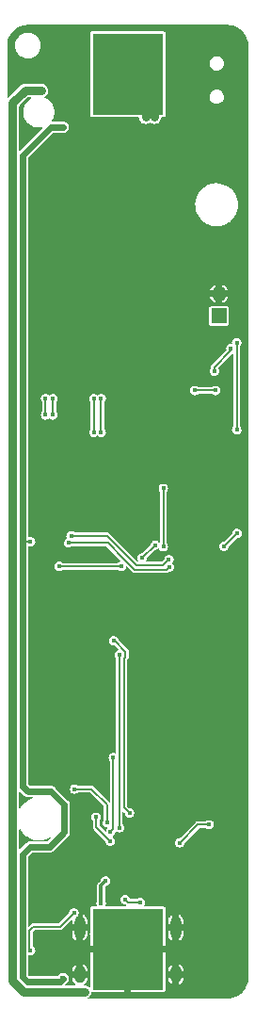
<source format=gbl>
G04 #@! TF.GenerationSoftware,KiCad,Pcbnew,6.0.2+dfsg-1*
G04 #@! TF.CreationDate,2022-06-20T13:27:43+02:00*
G04 #@! TF.ProjectId,trainlog,74726169-6e6c-46f6-972e-6b696361645f,rev?*
G04 #@! TF.SameCoordinates,Original*
G04 #@! TF.FileFunction,Copper,L2,Bot*
G04 #@! TF.FilePolarity,Positive*
%FSLAX46Y46*%
G04 Gerber Fmt 4.6, Leading zero omitted, Abs format (unit mm)*
G04 Created by KiCad (PCBNEW 6.0.2+dfsg-1) date 2022-06-20 13:27:43*
%MOMM*%
%LPD*%
G01*
G04 APERTURE LIST*
G04 #@! TA.AperFunction,ComponentPad*
%ADD10O,1.000000X2.100000*%
G04 #@! TD*
G04 #@! TA.AperFunction,ComponentPad*
%ADD11O,1.000000X1.600000*%
G04 #@! TD*
G04 #@! TA.AperFunction,ComponentPad*
%ADD12R,1.350000X1.350000*%
G04 #@! TD*
G04 #@! TA.AperFunction,ComponentPad*
%ADD13O,1.350000X1.350000*%
G04 #@! TD*
G04 #@! TA.AperFunction,SMDPad,CuDef*
%ADD14R,6.350000X7.340000*%
G04 #@! TD*
G04 #@! TA.AperFunction,ViaPad*
%ADD15C,0.600000*%
G04 #@! TD*
G04 #@! TA.AperFunction,ViaPad*
%ADD16C,0.450000*%
G04 #@! TD*
G04 #@! TA.AperFunction,Conductor*
%ADD17C,0.800000*%
G04 #@! TD*
G04 #@! TA.AperFunction,Conductor*
%ADD18C,0.300000*%
G04 #@! TD*
G04 #@! TA.AperFunction,Conductor*
%ADD19C,0.200000*%
G04 #@! TD*
G04 #@! TA.AperFunction,Conductor*
%ADD20C,0.600000*%
G04 #@! TD*
G04 APERTURE END LIST*
D10*
G04 #@! TO.P,J1,S1,SHIELD*
G04 #@! TO.N,GND*
X95680000Y-137392500D03*
D11*
X104320000Y-141572500D03*
X95680000Y-141572500D03*
D10*
X104320000Y-137392500D03*
G04 #@! TD*
D12*
G04 #@! TO.P,J3,1,In*
G04 #@! TO.N,Net-(J3-Pad1)*
X108200000Y-82400000D03*
D13*
G04 #@! TO.P,J3,2,Ext*
G04 #@! TO.N,GND*
X108200000Y-80400000D03*
G04 #@! TD*
D14*
G04 #@! TO.P,BT1,1,+*
G04 #@! TO.N,Net-(BT1-Pad1)*
X100000000Y-60670000D03*
G04 #@! TO.P,BT1,2,-*
G04 #@! TO.N,GND*
X100000000Y-139330000D03*
G04 #@! TD*
D15*
G04 #@! TO.N,Net-(BT1-Pad1)*
X102400000Y-64550000D03*
X101600000Y-64550000D03*
D16*
G04 #@! TO.N,GND*
X104750000Y-59250000D03*
X106800000Y-101400000D03*
X102400000Y-114000000D03*
X102600000Y-99000000D03*
X95800000Y-81200000D03*
X108000000Y-131200000D03*
X103800000Y-132600000D03*
X104750000Y-61250000D03*
X97800000Y-132200000D03*
X102000000Y-127000000D03*
X98200000Y-112800000D03*
X98600000Y-119200000D03*
X103800000Y-95800000D03*
X109000000Y-93000000D03*
X104650000Y-89150000D03*
X100400000Y-121800000D03*
X96400000Y-85600000D03*
X92000000Y-134800000D03*
X97600000Y-108200000D03*
X110400000Y-124800000D03*
X92400000Y-61200000D03*
X90600000Y-66600000D03*
X92385000Y-104985000D03*
X109200000Y-91000000D03*
X96000000Y-104200000D03*
X100400000Y-125000000D03*
X91800000Y-121800000D03*
X108600000Y-101200000D03*
X102800000Y-86000000D03*
X93400000Y-140400000D03*
X102000000Y-128600000D03*
X106400000Y-105000000D03*
X100600000Y-112800000D03*
X102600000Y-104000000D03*
X107600000Y-121600000D03*
X96400000Y-121800000D03*
X95000000Y-59400000D03*
X93400000Y-66600000D03*
X104000000Y-100600000D03*
X108600000Y-102200000D03*
X93400000Y-59400000D03*
X109000000Y-88450000D03*
X110000000Y-106000000D03*
X104000000Y-102400000D03*
X90498767Y-125693627D03*
X93200000Y-131200000D03*
X104625511Y-88174489D03*
X95800000Y-91400000D03*
X103800000Y-90600000D03*
X91400000Y-131400000D03*
X106800000Y-130600000D03*
X109200000Y-100000000D03*
X98000000Y-85600000D03*
X99400000Y-140800000D03*
X95000000Y-63000000D03*
X94600000Y-134800000D03*
X104656350Y-125936982D03*
X103800000Y-57400000D03*
X106400000Y-113200000D03*
D15*
X92182065Y-138135132D03*
D16*
X104000000Y-92400000D03*
X100200000Y-89800000D03*
X96600000Y-135000000D03*
X91600000Y-108200000D03*
X91600000Y-116000000D03*
X91800000Y-120800000D03*
X99200000Y-89400000D03*
X97200000Y-140800000D03*
X98200000Y-81200000D03*
D15*
X91730000Y-141450980D03*
D16*
X99800000Y-91400000D03*
X93800000Y-64600000D03*
X106150000Y-86001022D03*
X93600000Y-104200000D03*
X103000000Y-125000000D03*
X103200000Y-91600000D03*
X104750000Y-60250000D03*
X98170093Y-124940088D03*
X94800000Y-108200000D03*
X103800000Y-94600000D03*
X98400000Y-91400000D03*
X98600000Y-121200000D03*
X97200000Y-139000000D03*
X102800000Y-86800000D03*
D15*
X91520009Y-140429991D03*
D16*
X105150000Y-86050000D03*
X93200000Y-131800000D03*
X104600000Y-90800000D03*
X102600000Y-132600000D03*
X90800000Y-61000000D03*
X110400000Y-134800000D03*
X100800000Y-125600000D03*
X102400000Y-117400000D03*
X94000000Y-61200000D03*
X93200000Y-61200000D03*
X105800000Y-65200000D03*
X107600000Y-120800000D03*
X96000000Y-58000000D03*
X106800000Y-100600000D03*
X103600000Y-128600000D03*
X93200000Y-58000000D03*
X96600000Y-131000000D03*
X98200000Y-101600000D03*
X106800000Y-131400000D03*
X104575511Y-87575511D03*
X92000000Y-91800000D03*
X95400000Y-101400000D03*
X92000000Y-99600000D03*
X94000000Y-91400000D03*
X95400000Y-132800000D03*
X104000000Y-103600000D03*
X101000000Y-89800000D03*
X101800000Y-131400000D03*
X94200000Y-59400000D03*
X103600000Y-127000000D03*
X100200000Y-87200000D03*
X94000000Y-93600000D03*
X97600000Y-103400000D03*
X107600000Y-105000000D03*
X98200000Y-82800000D03*
X106600000Y-108200000D03*
X100400000Y-103400000D03*
X102600000Y-101800000D03*
X95200000Y-131000000D03*
X96400000Y-86400000D03*
X92000000Y-93600000D03*
X91400000Y-101800000D03*
X95800000Y-82800000D03*
X101000000Y-87200000D03*
X90600000Y-129600000D03*
X98152494Y-125549002D03*
X103600000Y-62800000D03*
X89600000Y-61800000D03*
X103200000Y-134000000D03*
X93800000Y-99600000D03*
X97000000Y-84800000D03*
X99400000Y-139000000D03*
X109800000Y-103000000D03*
X110000000Y-108200000D03*
X98600000Y-142600000D03*
X108600000Y-91000000D03*
X105952295Y-127214617D03*
X107800000Y-93000000D03*
X93600000Y-102600000D03*
X100400000Y-119200000D03*
X107800000Y-110000000D03*
X107600000Y-114400000D03*
X97600000Y-104200000D03*
X92000000Y-134200000D03*
X106200000Y-62600000D03*
X99200000Y-88800000D03*
X96000000Y-103400000D03*
X91800000Y-119800000D03*
D15*
G04 #@! TO.N,VBUS*
X91450000Y-62150000D03*
X95400000Y-143150000D03*
X92250000Y-62150000D03*
D16*
X98000000Y-133200000D03*
X97600000Y-135200000D03*
D15*
X96100000Y-143150000D03*
D16*
G04 #@! TO.N,D+*
X101114628Y-135114628D03*
X99750000Y-134837500D03*
G04 #@! TO.N,SD_CS*
X103200000Y-97900000D03*
X103200000Y-103150000D03*
G04 #@! TO.N,SD_COPI*
X99400000Y-104900000D03*
X93835978Y-104900000D03*
G04 #@! TO.N,SD_CIPO*
X102450000Y-103000000D03*
X101300000Y-104150000D03*
G04 #@! TO.N,Net-(Q1-Pad2)*
X98400000Y-129600000D03*
X97150000Y-127450000D03*
G04 #@! TO.N,ESP_EN*
X98148490Y-127943266D03*
X95228121Y-124924501D03*
G04 #@! TO.N,ESP_IO0*
X98450000Y-128800000D03*
X98700000Y-122100000D03*
G04 #@! TO.N,CP_VIO*
X107328821Y-128125980D03*
X104700000Y-129750000D03*
D15*
G04 #@! TO.N,VBAT*
X94200000Y-141950498D03*
X93500000Y-65450000D03*
D16*
X91250000Y-102700000D03*
D15*
X94200000Y-65450000D03*
D16*
G04 #@! TO.N,Net-(R12-Pad2)*
X103699500Y-104302464D03*
X93250000Y-91300000D03*
X93250000Y-89825500D03*
X94900000Y-102150000D03*
G04 #@! TO.N,Net-(R13-Pad1)*
X103750000Y-104950000D03*
X94675500Y-102799131D03*
X92600497Y-89825500D03*
X92600497Y-91300000D03*
G04 #@! TO.N,BNO_SDA*
X97600000Y-92850000D03*
X97599503Y-89825500D03*
G04 #@! TO.N,BNO_SCL*
X96950000Y-92850000D03*
X96950000Y-89825500D03*
G04 #@! TO.N,BNO_NRST*
X107780000Y-87350000D03*
X109275500Y-85325500D03*
G04 #@! TO.N,Net-(R22-Pad1)*
X106050000Y-89100000D03*
X107900000Y-89100000D03*
G04 #@! TO.N,Net-(R25-Pad2)*
X91249499Y-139450000D03*
X95150000Y-136050000D03*
G04 #@! TO.N,ESP_TXD*
X99250000Y-128400000D03*
X99250000Y-112850000D03*
G04 #@! TO.N,ESP_RXD*
X100149799Y-127063223D03*
X98725500Y-111600000D03*
G04 #@! TO.N,L80_RST*
X108650000Y-103100000D03*
X109800000Y-84800000D03*
X109825019Y-101950000D03*
X109800000Y-92650000D03*
G04 #@! TD*
D17*
G04 #@! TO.N,Net-(BT1-Pad1)*
X101600000Y-62270000D02*
X100000000Y-60670000D01*
X102400000Y-64550000D02*
X102400000Y-63070000D01*
X102400000Y-63070000D02*
X100000000Y-60670000D01*
X101600000Y-64550000D02*
X101600000Y-62270000D01*
G04 #@! TO.N,VBUS*
X90750000Y-62150000D02*
X89625479Y-63274521D01*
X91450000Y-62150000D02*
X90750000Y-62150000D01*
D18*
X97600000Y-135200000D02*
X97600000Y-133600000D01*
D17*
X89625479Y-63274521D02*
X89625479Y-142175479D01*
X89625479Y-142175479D02*
X90600000Y-143150000D01*
X91450000Y-62150000D02*
X92250000Y-62150000D01*
X90600000Y-143150000D02*
X96100000Y-143150000D01*
D18*
X97600000Y-133600000D02*
X98000000Y-133200000D01*
D19*
G04 #@! TO.N,D+*
X100027128Y-135114628D02*
X99750000Y-134837500D01*
X101114628Y-135114628D02*
X100027128Y-135114628D01*
G04 #@! TO.N,SD_CS*
X103200000Y-103150000D02*
X103200000Y-97900000D01*
G04 #@! TO.N,SD_COPI*
X99400000Y-104900000D02*
X93835978Y-104900000D01*
G04 #@! TO.N,SD_CIPO*
X102450000Y-103000000D02*
X101300000Y-104150000D01*
G04 #@! TO.N,Net-(Q1-Pad2)*
X97150000Y-128350000D02*
X97150000Y-127450000D01*
X98400000Y-129600000D02*
X97150000Y-128350000D01*
G04 #@! TO.N,ESP_EN*
X98148490Y-127943266D02*
X98148490Y-126348490D01*
X96724501Y-124924501D02*
X95228121Y-124924501D01*
X98148490Y-126348490D02*
X96724501Y-124924501D01*
G04 #@! TO.N,ESP_IO0*
X98700000Y-122100000D02*
X98700000Y-128550000D01*
X98700000Y-128550000D02*
X98450000Y-128800000D01*
G04 #@! TO.N,CP_VIO*
X104700000Y-129750000D02*
X106324020Y-128125980D01*
X106324020Y-128125980D02*
X107328821Y-128125980D01*
D20*
G04 #@! TO.N,VBAT*
X90524999Y-102474999D02*
X90524999Y-124674999D01*
X94300000Y-128800000D02*
X92950000Y-130150000D01*
D19*
X90750000Y-102700000D02*
X90524999Y-102474999D01*
D20*
X93087126Y-65450000D02*
X90524999Y-68012127D01*
D19*
X91250000Y-102700000D02*
X90750000Y-102700000D01*
D20*
X90524999Y-68012127D02*
X90524999Y-102474999D01*
X90524999Y-130825001D02*
X90524999Y-141802885D01*
X93500000Y-65450000D02*
X94200000Y-65450000D01*
X90972594Y-142250480D02*
X93900018Y-142250480D01*
X92950000Y-130150000D02*
X91200000Y-130150000D01*
X93500000Y-65450000D02*
X93087126Y-65450000D01*
X90524999Y-141802885D02*
X90972594Y-142250480D01*
X91200000Y-130150000D02*
X90524999Y-130825001D01*
X91000000Y-125150000D02*
X93100000Y-125150000D01*
X93100000Y-125150000D02*
X94300000Y-126350000D01*
X90524999Y-124674999D02*
X91000000Y-125150000D01*
X94300000Y-126350000D02*
X94300000Y-128800000D01*
X93900018Y-142250480D02*
X94200000Y-141950498D01*
D19*
G04 #@! TO.N,Net-(R12-Pad2)*
X103157748Y-104800480D02*
X100765486Y-104800480D01*
X103699500Y-104302464D02*
X103655764Y-104302464D01*
X100765486Y-104800480D02*
X98115006Y-102150000D01*
X98115006Y-102150000D02*
X94900000Y-102150000D01*
X93250000Y-91300000D02*
X93250000Y-89825500D01*
X103655764Y-104302464D02*
X103157748Y-104800480D01*
G04 #@! TO.N,Net-(R13-Pad1)*
X92600497Y-91300000D02*
X92600497Y-89825500D01*
X103750000Y-104950000D02*
X103500000Y-105200000D01*
X98199131Y-102799131D02*
X94675500Y-102799131D01*
X100600000Y-105200000D02*
X99600000Y-104200000D01*
X99600000Y-104200000D02*
X98199131Y-102799131D01*
X103500000Y-105200000D02*
X100600000Y-105200000D01*
G04 #@! TO.N,BNO_SDA*
X97599503Y-92849503D02*
X97600000Y-92850000D01*
X97599503Y-89825500D02*
X97599503Y-92849503D01*
G04 #@! TO.N,BNO_SCL*
X96950000Y-89825500D02*
X96950000Y-92850000D01*
G04 #@! TO.N,BNO_NRST*
X109275500Y-85325500D02*
X109275500Y-85524500D01*
X107780000Y-87020000D02*
X107780000Y-87350000D01*
X109275500Y-85524500D02*
X107780000Y-87020000D01*
G04 #@! TO.N,Net-(R22-Pad1)*
X107900000Y-89100000D02*
X106050000Y-89100000D01*
G04 #@! TO.N,Net-(R25-Pad2)*
X91249499Y-139450000D02*
X91124519Y-139325020D01*
X91124519Y-137675481D02*
X91500000Y-137300000D01*
X91500000Y-137300000D02*
X93900000Y-137300000D01*
X91124519Y-139325020D02*
X91124519Y-137675481D01*
X93900000Y-137300000D02*
X95150000Y-136050000D01*
G04 #@! TO.N,ESP_TXD*
X99250000Y-128400000D02*
X99250000Y-112850000D01*
G04 #@! TO.N,ESP_RXD*
X98800000Y-111600000D02*
X98725500Y-111600000D01*
X100149799Y-127063223D02*
X99649520Y-126562944D01*
X99649520Y-113192252D02*
X99774511Y-113067261D01*
X99774511Y-113067261D02*
X99774511Y-112574511D01*
X99649520Y-126562944D02*
X99649520Y-113192252D01*
X99774511Y-112574511D02*
X98800000Y-111600000D01*
G04 #@! TO.N,L80_RST*
X109800000Y-84800000D02*
X109800000Y-92650000D01*
X108650000Y-103100000D02*
X108675019Y-103100000D01*
X108675019Y-103100000D02*
X109825019Y-101950000D01*
G04 #@! TD*
G04 #@! TA.AperFunction,Conductor*
G04 #@! TO.N,GND*
G36*
X108986486Y-56251670D02*
G01*
X108993767Y-56253621D01*
X108993768Y-56253621D01*
X109000000Y-56255291D01*
X109008050Y-56253134D01*
X109023937Y-56251569D01*
X109238276Y-56265617D01*
X109244624Y-56266454D01*
X109362021Y-56289805D01*
X109475657Y-56312409D01*
X109481849Y-56314067D01*
X109704927Y-56389792D01*
X109710848Y-56392245D01*
X109922120Y-56496433D01*
X109927671Y-56499638D01*
X110123539Y-56630512D01*
X110128624Y-56634414D01*
X110305733Y-56789735D01*
X110310265Y-56794267D01*
X110465586Y-56971376D01*
X110469488Y-56976461D01*
X110600362Y-57172329D01*
X110603567Y-57177880D01*
X110707755Y-57389152D01*
X110710208Y-57395073D01*
X110785933Y-57618151D01*
X110787591Y-57624343D01*
X110833546Y-57855373D01*
X110834383Y-57861727D01*
X110848431Y-58076063D01*
X110846866Y-58091950D01*
X110844709Y-58100000D01*
X110846379Y-58106232D01*
X110846379Y-58106233D01*
X110848330Y-58113514D01*
X110850000Y-58126196D01*
X110850000Y-141873804D01*
X110848330Y-141886486D01*
X110844709Y-141900000D01*
X110846379Y-141906232D01*
X110846866Y-141908050D01*
X110848431Y-141923937D01*
X110836840Y-142100791D01*
X110834383Y-142138273D01*
X110833546Y-142144624D01*
X110819276Y-142216365D01*
X110787591Y-142375657D01*
X110785933Y-142381849D01*
X110710208Y-142604927D01*
X110707755Y-142610848D01*
X110603567Y-142822120D01*
X110600362Y-142827671D01*
X110469488Y-143023539D01*
X110465586Y-143028624D01*
X110310265Y-143205733D01*
X110305733Y-143210265D01*
X110128624Y-143365586D01*
X110123539Y-143369488D01*
X109927671Y-143500362D01*
X109922120Y-143503567D01*
X109710848Y-143607755D01*
X109704927Y-143610208D01*
X109481849Y-143685933D01*
X109475657Y-143687591D01*
X109408246Y-143701000D01*
X109244624Y-143733546D01*
X109238276Y-143734383D01*
X109023937Y-143748431D01*
X109008050Y-143746866D01*
X109000000Y-143744709D01*
X108993768Y-143746379D01*
X108993767Y-143746379D01*
X108986486Y-143748330D01*
X108973804Y-143750000D01*
X96448843Y-143750000D01*
X96414195Y-143735648D01*
X96399843Y-143701000D01*
X96414195Y-143666352D01*
X96419014Y-143662126D01*
X96525733Y-143580238D01*
X96528282Y-143578282D01*
X96624536Y-143452841D01*
X96625765Y-143449875D01*
X96683816Y-143309728D01*
X96683817Y-143309724D01*
X96685044Y-143306762D01*
X96694981Y-143231284D01*
X96713733Y-143198806D01*
X96753121Y-143189621D01*
X96802948Y-143199532D01*
X96807705Y-143200000D01*
X99690253Y-143200000D01*
X99697145Y-143197145D01*
X99700000Y-143190253D01*
X100300000Y-143190253D01*
X100302855Y-143197145D01*
X100309747Y-143200000D01*
X103192295Y-143200000D01*
X103197052Y-143199532D01*
X103248303Y-143189337D01*
X103257049Y-143185715D01*
X103315181Y-143146872D01*
X103321872Y-143140181D01*
X103360715Y-143082049D01*
X103364337Y-143073303D01*
X103374532Y-143022052D01*
X103375000Y-143017295D01*
X103375000Y-141913511D01*
X103620000Y-141913511D01*
X103620177Y-141916447D01*
X103634858Y-142037769D01*
X103636256Y-142043460D01*
X103694058Y-142196426D01*
X103696776Y-142201625D01*
X103789391Y-142336381D01*
X103793274Y-142340786D01*
X103915357Y-142449558D01*
X103920177Y-142452908D01*
X104011386Y-142501201D01*
X104018813Y-142501903D01*
X104019639Y-142501220D01*
X104020000Y-142499768D01*
X104020000Y-142495690D01*
X104620000Y-142495690D01*
X104622855Y-142502582D01*
X104623977Y-142503047D01*
X104625212Y-142502747D01*
X104713727Y-142457061D01*
X104718570Y-142453769D01*
X104841797Y-142346272D01*
X104845721Y-142341914D01*
X104939744Y-142208132D01*
X104942516Y-142202964D01*
X105001916Y-142050610D01*
X105003373Y-142044936D01*
X105019791Y-141920224D01*
X105020000Y-141917039D01*
X105020000Y-141882247D01*
X105017145Y-141875355D01*
X105010253Y-141872500D01*
X104629747Y-141872500D01*
X104622855Y-141875355D01*
X104620000Y-141882247D01*
X104620000Y-142495690D01*
X104020000Y-142495690D01*
X104020000Y-141882247D01*
X104017145Y-141875355D01*
X104010253Y-141872500D01*
X103629747Y-141872500D01*
X103622855Y-141875355D01*
X103620000Y-141882247D01*
X103620000Y-141913511D01*
X103375000Y-141913511D01*
X103375000Y-141262753D01*
X103620000Y-141262753D01*
X103622855Y-141269645D01*
X103629747Y-141272500D01*
X104010253Y-141272500D01*
X104017145Y-141269645D01*
X104020000Y-141262753D01*
X104620000Y-141262753D01*
X104622855Y-141269645D01*
X104629747Y-141272500D01*
X105010253Y-141272500D01*
X105017145Y-141269645D01*
X105020000Y-141262753D01*
X105020000Y-141231489D01*
X105019823Y-141228553D01*
X105005142Y-141107231D01*
X105003744Y-141101540D01*
X104945942Y-140948574D01*
X104943224Y-140943375D01*
X104850609Y-140808619D01*
X104846726Y-140804214D01*
X104724643Y-140695442D01*
X104719823Y-140692092D01*
X104628614Y-140643799D01*
X104621187Y-140643097D01*
X104620361Y-140643780D01*
X104620000Y-140645232D01*
X104620000Y-141262753D01*
X104020000Y-141262753D01*
X104020000Y-140649310D01*
X104017145Y-140642418D01*
X104016023Y-140641953D01*
X104014788Y-140642253D01*
X103926273Y-140687939D01*
X103921430Y-140691231D01*
X103798203Y-140798728D01*
X103794279Y-140803086D01*
X103700256Y-140936868D01*
X103697484Y-140942036D01*
X103638084Y-141094390D01*
X103636627Y-141100064D01*
X103620209Y-141224776D01*
X103620000Y-141227961D01*
X103620000Y-141262753D01*
X103375000Y-141262753D01*
X103375000Y-139639747D01*
X103372145Y-139632855D01*
X103365253Y-139630000D01*
X100309747Y-139630000D01*
X100302855Y-139632855D01*
X100300000Y-139639747D01*
X100300000Y-143190253D01*
X99700000Y-143190253D01*
X99700000Y-139639747D01*
X99697145Y-139632855D01*
X99690253Y-139630000D01*
X96634747Y-139630000D01*
X96627855Y-139632855D01*
X96625000Y-139639747D01*
X96625000Y-142703415D01*
X96610648Y-142738063D01*
X96576000Y-142752415D01*
X96541352Y-142738063D01*
X96537134Y-142733255D01*
X96528282Y-142721718D01*
X96402841Y-142625464D01*
X96399878Y-142624237D01*
X96399875Y-142624235D01*
X96259728Y-142566184D01*
X96259724Y-142566183D01*
X96256762Y-142564956D01*
X96253581Y-142564537D01*
X96253580Y-142564537D01*
X96230567Y-142561507D01*
X96139361Y-142549500D01*
X96096400Y-142549500D01*
X96061752Y-142535148D01*
X96047400Y-142500500D01*
X96061752Y-142465852D01*
X96071357Y-142458835D01*
X96071281Y-142458723D01*
X96078570Y-142453769D01*
X96201797Y-142346272D01*
X96205721Y-142341914D01*
X96299744Y-142208132D01*
X96302516Y-142202964D01*
X96361916Y-142050610D01*
X96363373Y-142044936D01*
X96379791Y-141920224D01*
X96380000Y-141917039D01*
X96380000Y-141882247D01*
X96377145Y-141875355D01*
X96370253Y-141872500D01*
X94989747Y-141872500D01*
X94982855Y-141875355D01*
X94980000Y-141882247D01*
X94980000Y-141913511D01*
X94980177Y-141916447D01*
X94994858Y-142037769D01*
X94996256Y-142043460D01*
X95054058Y-142196426D01*
X95056776Y-142201625D01*
X95149391Y-142336381D01*
X95153274Y-142340786D01*
X95275357Y-142449558D01*
X95280180Y-142452911D01*
X95288272Y-142457195D01*
X95312178Y-142486092D01*
X95308649Y-142523428D01*
X95279752Y-142547334D01*
X95265344Y-142549500D01*
X94427108Y-142549500D01*
X94392460Y-142535148D01*
X94378108Y-142500500D01*
X94392460Y-142465852D01*
X94507966Y-142350346D01*
X94516974Y-142343238D01*
X94520015Y-142341370D01*
X94522991Y-142339543D01*
X94525854Y-142336381D01*
X94562459Y-142295939D01*
X94564139Y-142294173D01*
X94579321Y-142278991D01*
X94585285Y-142271034D01*
X94588165Y-142267540D01*
X94616859Y-142235838D01*
X94619200Y-142233252D01*
X94627382Y-142216365D01*
X94632265Y-142208349D01*
X94643527Y-142193322D01*
X94659768Y-142149999D01*
X94661550Y-142145841D01*
X94662139Y-142144627D01*
X94681710Y-142104231D01*
X94684824Y-142085724D01*
X94687260Y-142076664D01*
X94693852Y-142059078D01*
X94694111Y-142055596D01*
X94697280Y-142012954D01*
X94697824Y-142008457D01*
X94705182Y-141964716D01*
X94705496Y-141962852D01*
X94705647Y-141950498D01*
X94705378Y-141948623D01*
X94705378Y-141948616D01*
X94703948Y-141938634D01*
X94703588Y-141928056D01*
X94704217Y-141919593D01*
X94704217Y-141919592D01*
X94704476Y-141916106D01*
X94693416Y-141864292D01*
X94692833Y-141861021D01*
X94685818Y-141812039D01*
X94685323Y-141808580D01*
X94680363Y-141797672D01*
X94677049Y-141787622D01*
X94675276Y-141779312D01*
X94675275Y-141779308D01*
X94674547Y-141775899D01*
X94649392Y-141729279D01*
X94647909Y-141726292D01*
X94627428Y-141681247D01*
X94625984Y-141678070D01*
X94618162Y-141668992D01*
X94612160Y-141660275D01*
X94608127Y-141652801D01*
X94608126Y-141652799D01*
X94606468Y-141649727D01*
X94569241Y-141612042D01*
X94566980Y-141609592D01*
X94534679Y-141572105D01*
X94534676Y-141572102D01*
X94532400Y-141569461D01*
X94522346Y-141562944D01*
X94514140Y-141556263D01*
X94508169Y-141550219D01*
X94508165Y-141550216D01*
X94505714Y-141547735D01*
X94485072Y-141536269D01*
X94459400Y-141522009D01*
X94456550Y-141520297D01*
X94412095Y-141491483D01*
X94408752Y-141490483D01*
X94408749Y-141490482D01*
X94400618Y-141488051D01*
X94390866Y-141483942D01*
X94380384Y-141478120D01*
X94376980Y-141477350D01*
X94376978Y-141477349D01*
X94328714Y-141466428D01*
X94325488Y-141465582D01*
X94278081Y-141451404D01*
X94278078Y-141451404D01*
X94274739Y-141450405D01*
X94262758Y-141450332D01*
X94252250Y-141449126D01*
X94240553Y-141446479D01*
X94187671Y-141449760D01*
X94184349Y-141449853D01*
X94165615Y-141449738D01*
X94134869Y-141449550D01*
X94134867Y-141449550D01*
X94131376Y-141449529D01*
X94128018Y-141450489D01*
X94128016Y-141450489D01*
X94119853Y-141452822D01*
X94109423Y-141454615D01*
X94097462Y-141455357D01*
X94047618Y-141473351D01*
X94044494Y-141474360D01*
X93993529Y-141488926D01*
X93983395Y-141495320D01*
X93973886Y-141499968D01*
X93965897Y-141502852D01*
X93965895Y-141502853D01*
X93962613Y-141504038D01*
X93959794Y-141506098D01*
X93959793Y-141506098D01*
X93919848Y-141535280D01*
X93917093Y-141537153D01*
X93872280Y-141565428D01*
X93866383Y-141572105D01*
X93835672Y-141606879D01*
X93833593Y-141609091D01*
X93707056Y-141735628D01*
X93672408Y-141749980D01*
X91200204Y-141749980D01*
X91165556Y-141735628D01*
X91039851Y-141609923D01*
X91025499Y-141575275D01*
X91025499Y-141262753D01*
X94980000Y-141262753D01*
X94982855Y-141269645D01*
X94989747Y-141272500D01*
X95370253Y-141272500D01*
X95377145Y-141269645D01*
X95380000Y-141262753D01*
X95980000Y-141262753D01*
X95982855Y-141269645D01*
X95989747Y-141272500D01*
X96370253Y-141272500D01*
X96377145Y-141269645D01*
X96380000Y-141262753D01*
X96380000Y-141231489D01*
X96379823Y-141228553D01*
X96365142Y-141107231D01*
X96363744Y-141101540D01*
X96305942Y-140948574D01*
X96303224Y-140943375D01*
X96210609Y-140808619D01*
X96206726Y-140804214D01*
X96084643Y-140695442D01*
X96079823Y-140692092D01*
X95988614Y-140643799D01*
X95981187Y-140643097D01*
X95980361Y-140643780D01*
X95980000Y-140645232D01*
X95980000Y-141262753D01*
X95380000Y-141262753D01*
X95380000Y-140649310D01*
X95377145Y-140642418D01*
X95376023Y-140641953D01*
X95374788Y-140642253D01*
X95286273Y-140687939D01*
X95281430Y-140691231D01*
X95158203Y-140798728D01*
X95154279Y-140803086D01*
X95060256Y-140936868D01*
X95057484Y-140942036D01*
X94998084Y-141094390D01*
X94996627Y-141100064D01*
X94980209Y-141224776D01*
X94980000Y-141227961D01*
X94980000Y-141262753D01*
X91025499Y-141262753D01*
X91025499Y-139893377D01*
X91039851Y-139858729D01*
X91074499Y-139844377D01*
X91096745Y-139849718D01*
X91116373Y-139859719D01*
X91120178Y-139860322D01*
X91120179Y-139860322D01*
X91245692Y-139880201D01*
X91249499Y-139880804D01*
X91253306Y-139880201D01*
X91378819Y-139860322D01*
X91378820Y-139860322D01*
X91382625Y-139859719D01*
X91473500Y-139813416D01*
X91499285Y-139800278D01*
X91499286Y-139800277D01*
X91502719Y-139798528D01*
X91598027Y-139703220D01*
X91659218Y-139583126D01*
X91680303Y-139450000D01*
X91659218Y-139316874D01*
X91598027Y-139196780D01*
X91502719Y-139101472D01*
X91451773Y-139075514D01*
X91427417Y-139046997D01*
X91425019Y-139031855D01*
X91425019Y-137983511D01*
X94980000Y-137983511D01*
X94980177Y-137986447D01*
X94994858Y-138107769D01*
X94996256Y-138113460D01*
X95054058Y-138266426D01*
X95056776Y-138271625D01*
X95149391Y-138406381D01*
X95153274Y-138410786D01*
X95275357Y-138519558D01*
X95280177Y-138522908D01*
X95371386Y-138571201D01*
X95378813Y-138571903D01*
X95379639Y-138571220D01*
X95380000Y-138569768D01*
X95380000Y-138565690D01*
X95980000Y-138565690D01*
X95982855Y-138572582D01*
X95983977Y-138573047D01*
X95985212Y-138572747D01*
X96073727Y-138527061D01*
X96078570Y-138523769D01*
X96201797Y-138416272D01*
X96205721Y-138411914D01*
X96299744Y-138278132D01*
X96302516Y-138272964D01*
X96361916Y-138120610D01*
X96363373Y-138114936D01*
X96379791Y-137990224D01*
X96380000Y-137987039D01*
X96380000Y-137955807D01*
X96580606Y-137955807D01*
X96609064Y-138096944D01*
X96610584Y-138099927D01*
X96619659Y-138117739D01*
X96625000Y-138139984D01*
X96625000Y-139020253D01*
X96627855Y-139027145D01*
X96634747Y-139030000D01*
X103365253Y-139030000D01*
X103372145Y-139027145D01*
X103375000Y-139020253D01*
X103375000Y-138135358D01*
X103377897Y-138118760D01*
X103407717Y-138035933D01*
X103407718Y-138035931D01*
X103408850Y-138032785D01*
X103412468Y-137983511D01*
X103620000Y-137983511D01*
X103620177Y-137986447D01*
X103634858Y-138107769D01*
X103636256Y-138113460D01*
X103694058Y-138266426D01*
X103696776Y-138271625D01*
X103789391Y-138406381D01*
X103793274Y-138410786D01*
X103915357Y-138519558D01*
X103920177Y-138522908D01*
X104011386Y-138571201D01*
X104018813Y-138571903D01*
X104019639Y-138571220D01*
X104020000Y-138569768D01*
X104020000Y-138565690D01*
X104620000Y-138565690D01*
X104622855Y-138572582D01*
X104623977Y-138573047D01*
X104625212Y-138572747D01*
X104713727Y-138527061D01*
X104718570Y-138523769D01*
X104841797Y-138416272D01*
X104845721Y-138411914D01*
X104939744Y-138278132D01*
X104942516Y-138272964D01*
X105001916Y-138120610D01*
X105003373Y-138114936D01*
X105019791Y-137990224D01*
X105020000Y-137987039D01*
X105020000Y-137702247D01*
X105017145Y-137695355D01*
X105010253Y-137692500D01*
X104629747Y-137692500D01*
X104622855Y-137695355D01*
X104620000Y-137702247D01*
X104620000Y-138565690D01*
X104020000Y-138565690D01*
X104020000Y-137702247D01*
X104017145Y-137695355D01*
X104010253Y-137692500D01*
X103629747Y-137692500D01*
X103622855Y-137695355D01*
X103620000Y-137702247D01*
X103620000Y-137983511D01*
X103412468Y-137983511D01*
X103419394Y-137889193D01*
X103390936Y-137748056D01*
X103388262Y-137742808D01*
X103380341Y-137727261D01*
X103375000Y-137705016D01*
X103375000Y-137082753D01*
X103620000Y-137082753D01*
X103622855Y-137089645D01*
X103629747Y-137092500D01*
X104010253Y-137092500D01*
X104017145Y-137089645D01*
X104020000Y-137082753D01*
X104620000Y-137082753D01*
X104622855Y-137089645D01*
X104629747Y-137092500D01*
X105010253Y-137092500D01*
X105017145Y-137089645D01*
X105020000Y-137082753D01*
X105020000Y-136801489D01*
X105019823Y-136798553D01*
X105005142Y-136677231D01*
X105003744Y-136671540D01*
X104945942Y-136518574D01*
X104943224Y-136513375D01*
X104850609Y-136378619D01*
X104846726Y-136374214D01*
X104724643Y-136265442D01*
X104719823Y-136262092D01*
X104628614Y-136213799D01*
X104621187Y-136213097D01*
X104620361Y-136213780D01*
X104620000Y-136215232D01*
X104620000Y-137082753D01*
X104020000Y-137082753D01*
X104020000Y-136219310D01*
X104017145Y-136212418D01*
X104016023Y-136211953D01*
X104014788Y-136212253D01*
X103926273Y-136257939D01*
X103921430Y-136261231D01*
X103798203Y-136368728D01*
X103794279Y-136373086D01*
X103700256Y-136506868D01*
X103697484Y-136512036D01*
X103638084Y-136664390D01*
X103636627Y-136670064D01*
X103620209Y-136794776D01*
X103620000Y-136797961D01*
X103620000Y-137082753D01*
X103375000Y-137082753D01*
X103375000Y-135642705D01*
X103374532Y-135637948D01*
X103364337Y-135586697D01*
X103360715Y-135577951D01*
X103321872Y-135519819D01*
X103315181Y-135513128D01*
X103257049Y-135474285D01*
X103248303Y-135470663D01*
X103197052Y-135460468D01*
X103192295Y-135460000D01*
X101489300Y-135460000D01*
X101454652Y-135445648D01*
X101440300Y-135411000D01*
X101454652Y-135376352D01*
X101463156Y-135367848D01*
X101471018Y-135352419D01*
X101503954Y-135287778D01*
X101524347Y-135247754D01*
X101531308Y-135203807D01*
X101544829Y-135118435D01*
X101545432Y-135114628D01*
X101524347Y-134981502D01*
X101463156Y-134861408D01*
X101367848Y-134766100D01*
X101364415Y-134764351D01*
X101364414Y-134764350D01*
X101307801Y-134735505D01*
X101247754Y-134704909D01*
X101243949Y-134704306D01*
X101243948Y-134704306D01*
X101118435Y-134684427D01*
X101114628Y-134683824D01*
X101110821Y-134684427D01*
X100985308Y-134704306D01*
X100985307Y-134704306D01*
X100981502Y-134704909D01*
X100921455Y-134735505D01*
X100864842Y-134764350D01*
X100864841Y-134764351D01*
X100861408Y-134766100D01*
X100827732Y-134799776D01*
X100793084Y-134814128D01*
X100218952Y-134814128D01*
X100184304Y-134799776D01*
X100170555Y-134772793D01*
X100160322Y-134708180D01*
X100160322Y-134708179D01*
X100159719Y-134704374D01*
X100098528Y-134584280D01*
X100003220Y-134488972D01*
X99999787Y-134487223D01*
X99999786Y-134487222D01*
X99943173Y-134458376D01*
X99883126Y-134427781D01*
X99879321Y-134427178D01*
X99879320Y-134427178D01*
X99753807Y-134407299D01*
X99750000Y-134406696D01*
X99746193Y-134407299D01*
X99620680Y-134427178D01*
X99620679Y-134427178D01*
X99616874Y-134427781D01*
X99556827Y-134458377D01*
X99500214Y-134487222D01*
X99500213Y-134487223D01*
X99496780Y-134488972D01*
X99401472Y-134584280D01*
X99340281Y-134704374D01*
X99339678Y-134708179D01*
X99339678Y-134708180D01*
X99325171Y-134799776D01*
X99319196Y-134837500D01*
X99340281Y-134970626D01*
X99342031Y-134974060D01*
X99387571Y-135063437D01*
X99401472Y-135090720D01*
X99496780Y-135186028D01*
X99500213Y-135187777D01*
X99500214Y-135187778D01*
X99531673Y-135203807D01*
X99616874Y-135247219D01*
X99620679Y-135247822D01*
X99620680Y-135247822D01*
X99641933Y-135251188D01*
X99741206Y-135266911D01*
X99768189Y-135280660D01*
X99775307Y-135287778D01*
X99779776Y-135292955D01*
X99781703Y-135296897D01*
X99785019Y-135299973D01*
X99818669Y-135331188D01*
X99819993Y-135332464D01*
X99834405Y-135346876D01*
X99836262Y-135348150D01*
X99837399Y-135349095D01*
X99841556Y-135352419D01*
X99863774Y-135373029D01*
X99862938Y-135373930D01*
X99881489Y-135400228D01*
X99875106Y-135437183D01*
X99844460Y-135458801D01*
X99833688Y-135460000D01*
X98025034Y-135460000D01*
X97990386Y-135445648D01*
X97976034Y-135411000D01*
X97981375Y-135388754D01*
X97993777Y-135364414D01*
X98009719Y-135333126D01*
X98016902Y-135287778D01*
X98030201Y-135203807D01*
X98030804Y-135200000D01*
X98027282Y-135177764D01*
X98010322Y-135070680D01*
X98010322Y-135070679D01*
X98009719Y-135066874D01*
X98007968Y-135063437D01*
X97955841Y-134961131D01*
X97950500Y-134938886D01*
X97950500Y-133765478D01*
X97964852Y-133730830D01*
X98065828Y-133629854D01*
X98092810Y-133616105D01*
X98129319Y-133610322D01*
X98133126Y-133609719D01*
X98231661Y-133559513D01*
X98249786Y-133550278D01*
X98249787Y-133550277D01*
X98253220Y-133548528D01*
X98348528Y-133453220D01*
X98353395Y-133443669D01*
X98388692Y-133374393D01*
X98409719Y-133333126D01*
X98430804Y-133200000D01*
X98418595Y-133122913D01*
X98410322Y-133070680D01*
X98410322Y-133070679D01*
X98409719Y-133066874D01*
X98348528Y-132946780D01*
X98253220Y-132851472D01*
X98249787Y-132849723D01*
X98249786Y-132849722D01*
X98193173Y-132820876D01*
X98133126Y-132790281D01*
X98129321Y-132789678D01*
X98129320Y-132789678D01*
X98003807Y-132769799D01*
X98000000Y-132769196D01*
X97996193Y-132769799D01*
X97870680Y-132789678D01*
X97870679Y-132789678D01*
X97866874Y-132790281D01*
X97806827Y-132820876D01*
X97750214Y-132849722D01*
X97750213Y-132849723D01*
X97746780Y-132851472D01*
X97651472Y-132946780D01*
X97590281Y-133066874D01*
X97589678Y-133070680D01*
X97589678Y-133070681D01*
X97583895Y-133107190D01*
X97570146Y-133134172D01*
X97382305Y-133322013D01*
X97374236Y-133328530D01*
X97364252Y-133334976D01*
X97364248Y-133334980D01*
X97360848Y-133337175D01*
X97339182Y-133364658D01*
X97335358Y-133368960D01*
X97331572Y-133372746D01*
X97330395Y-133374393D01*
X97320277Y-133388551D01*
X97318900Y-133390387D01*
X97288608Y-133428811D01*
X97287267Y-133432630D01*
X97285314Y-133436182D01*
X97285079Y-133436053D01*
X97284784Y-133436620D01*
X97285025Y-133436738D01*
X97283244Y-133440374D01*
X97280889Y-133443669D01*
X97279729Y-133447548D01*
X97266866Y-133490559D01*
X97266152Y-133492754D01*
X97249945Y-133538906D01*
X97249500Y-133544044D01*
X97249433Y-133544038D01*
X97248844Y-133547530D01*
X97249124Y-133547565D01*
X97248616Y-133551583D01*
X97247456Y-133555464D01*
X97247615Y-133559512D01*
X97247615Y-133559513D01*
X97249462Y-133606521D01*
X97249500Y-133608445D01*
X97249500Y-134938886D01*
X97244159Y-134961131D01*
X97192032Y-135063437D01*
X97190281Y-135066874D01*
X97189678Y-135070679D01*
X97189678Y-135070680D01*
X97172718Y-135177764D01*
X97169196Y-135200000D01*
X97169799Y-135203807D01*
X97183099Y-135287778D01*
X97190281Y-135333126D01*
X97206223Y-135364414D01*
X97218625Y-135388754D01*
X97221568Y-135426142D01*
X97197212Y-135454659D01*
X97174966Y-135460000D01*
X96807705Y-135460000D01*
X96802948Y-135460468D01*
X96751697Y-135470663D01*
X96742951Y-135474285D01*
X96684819Y-135513128D01*
X96678128Y-135519819D01*
X96639285Y-135577951D01*
X96635663Y-135586697D01*
X96625468Y-135637948D01*
X96625000Y-135642705D01*
X96625000Y-137709642D01*
X96622103Y-137726240D01*
X96591150Y-137812215D01*
X96580606Y-137955807D01*
X96380000Y-137955807D01*
X96380000Y-137702247D01*
X96377145Y-137695355D01*
X96370253Y-137692500D01*
X95989747Y-137692500D01*
X95982855Y-137695355D01*
X95980000Y-137702247D01*
X95980000Y-138565690D01*
X95380000Y-138565690D01*
X95380000Y-137702247D01*
X95377145Y-137695355D01*
X95370253Y-137692500D01*
X94989747Y-137692500D01*
X94982855Y-137695355D01*
X94980000Y-137702247D01*
X94980000Y-137983511D01*
X91425019Y-137983511D01*
X91425019Y-137820248D01*
X91439371Y-137785600D01*
X91610120Y-137614852D01*
X91644768Y-137600500D01*
X93844374Y-137600500D01*
X93851195Y-137601001D01*
X93855342Y-137602425D01*
X93905720Y-137600534D01*
X93907558Y-137600500D01*
X93927948Y-137600500D01*
X93930169Y-137600086D01*
X93931638Y-137599951D01*
X93936926Y-137599363D01*
X93962683Y-137598396D01*
X93962684Y-137598396D01*
X93967208Y-137598226D01*
X93971367Y-137596439D01*
X93971368Y-137596439D01*
X93982894Y-137591487D01*
X93993264Y-137588336D01*
X94005608Y-137586037D01*
X94005609Y-137586037D01*
X94010053Y-137585209D01*
X94013902Y-137582837D01*
X94013906Y-137582835D01*
X94035849Y-137569309D01*
X94042217Y-137566000D01*
X94066891Y-137555399D01*
X94066892Y-137555398D01*
X94070063Y-137554036D01*
X94074949Y-137550022D01*
X94083447Y-137541524D01*
X94092383Y-137534460D01*
X94101496Y-137528843D01*
X94101498Y-137528841D01*
X94105348Y-137526468D01*
X94125064Y-137500540D01*
X94129420Y-137495551D01*
X94900882Y-136724089D01*
X94935530Y-136709737D01*
X94970178Y-136724089D01*
X94984530Y-136758737D01*
X94984111Y-136765132D01*
X94980209Y-136794774D01*
X94980000Y-136797961D01*
X94980000Y-137082753D01*
X94982855Y-137089645D01*
X94989747Y-137092500D01*
X95370253Y-137092500D01*
X95377145Y-137089645D01*
X95380000Y-137082753D01*
X95980000Y-137082753D01*
X95982855Y-137089645D01*
X95989747Y-137092500D01*
X96370253Y-137092500D01*
X96377145Y-137089645D01*
X96380000Y-137082753D01*
X96380000Y-136801489D01*
X96379823Y-136798553D01*
X96365142Y-136677231D01*
X96363744Y-136671540D01*
X96305942Y-136518574D01*
X96303224Y-136513375D01*
X96210609Y-136378619D01*
X96206726Y-136374214D01*
X96084643Y-136265442D01*
X96079823Y-136262092D01*
X95988614Y-136213799D01*
X95981187Y-136213097D01*
X95980361Y-136213780D01*
X95980000Y-136215232D01*
X95980000Y-137082753D01*
X95380000Y-137082753D01*
X95380000Y-136439619D01*
X95394352Y-136404971D01*
X95399935Y-136400202D01*
X95403220Y-136398528D01*
X95498528Y-136303220D01*
X95519923Y-136261231D01*
X95557969Y-136186560D01*
X95559719Y-136183126D01*
X95580804Y-136050000D01*
X95559719Y-135916874D01*
X95498528Y-135796780D01*
X95403220Y-135701472D01*
X95399787Y-135699723D01*
X95399786Y-135699722D01*
X95287883Y-135642705D01*
X95283126Y-135640281D01*
X95279321Y-135639678D01*
X95279320Y-135639678D01*
X95153807Y-135619799D01*
X95150000Y-135619196D01*
X95146193Y-135619799D01*
X95020680Y-135639678D01*
X95020679Y-135639678D01*
X95016874Y-135640281D01*
X95012117Y-135642705D01*
X94900214Y-135699722D01*
X94900213Y-135699723D01*
X94896780Y-135701472D01*
X94801472Y-135796780D01*
X94740281Y-135916874D01*
X94739678Y-135920679D01*
X94739678Y-135920680D01*
X94720589Y-136041206D01*
X94706840Y-136068189D01*
X93789881Y-136985148D01*
X93755233Y-136999500D01*
X91555626Y-136999500D01*
X91548805Y-136998999D01*
X91544658Y-136997575D01*
X91494279Y-136999466D01*
X91492441Y-136999500D01*
X91472052Y-136999500D01*
X91469831Y-136999914D01*
X91468362Y-137000049D01*
X91463074Y-137000637D01*
X91437315Y-137001604D01*
X91437314Y-137001604D01*
X91432791Y-137001774D01*
X91417102Y-137008515D01*
X91406734Y-137011665D01*
X91394396Y-137013962D01*
X91394393Y-137013963D01*
X91389947Y-137014791D01*
X91386095Y-137017166D01*
X91386091Y-137017167D01*
X91364151Y-137030691D01*
X91357783Y-137034000D01*
X91329937Y-137045964D01*
X91325051Y-137049978D01*
X91316553Y-137058476D01*
X91307617Y-137065540D01*
X91298504Y-137071157D01*
X91298502Y-137071159D01*
X91294652Y-137073532D01*
X91291913Y-137077134D01*
X91291912Y-137077135D01*
X91274936Y-137099460D01*
X91270580Y-137104449D01*
X91109147Y-137265882D01*
X91074499Y-137280234D01*
X91039851Y-137265882D01*
X91025499Y-137231234D01*
X91025499Y-131052611D01*
X91039851Y-131017963D01*
X91392962Y-130664852D01*
X91427610Y-130650500D01*
X92888420Y-130650500D01*
X92899233Y-130651708D01*
X92909447Y-130654019D01*
X92912929Y-130653803D01*
X92964649Y-130650594D01*
X92967683Y-130650500D01*
X92985940Y-130650500D01*
X92999111Y-130648614D01*
X93003017Y-130648213D01*
X93052538Y-130645141D01*
X93055817Y-130643957D01*
X93055823Y-130643956D01*
X93067006Y-130639919D01*
X93076696Y-130637503D01*
X93088462Y-130635818D01*
X93088463Y-130635818D01*
X93091918Y-130635323D01*
X93103181Y-130630202D01*
X93137083Y-130614788D01*
X93140726Y-130613305D01*
X93184100Y-130597647D01*
X93184102Y-130597646D01*
X93187387Y-130596460D01*
X93199801Y-130587391D01*
X93208423Y-130582353D01*
X93219250Y-130577430D01*
X93219255Y-130577427D01*
X93222428Y-130575984D01*
X93225068Y-130573709D01*
X93225070Y-130573708D01*
X93260018Y-130543594D01*
X93263080Y-130541162D01*
X93276336Y-130531478D01*
X93289101Y-130518713D01*
X93291764Y-130516240D01*
X93328391Y-130484680D01*
X93331037Y-130482400D01*
X93338586Y-130470753D01*
X93345053Y-130462761D01*
X94610364Y-129197450D01*
X94618865Y-129190657D01*
X94624770Y-129186931D01*
X94627720Y-129185070D01*
X94664328Y-129143619D01*
X94666407Y-129141407D01*
X94679320Y-129128494D01*
X94680363Y-129127103D01*
X94680372Y-129127092D01*
X94687304Y-129117842D01*
X94689787Y-129114792D01*
X94720310Y-129080231D01*
X94722623Y-129077612D01*
X94727183Y-129067901D01*
X94729160Y-129063689D01*
X94734300Y-129055135D01*
X94743526Y-129042824D01*
X94749160Y-129027797D01*
X94760939Y-128996375D01*
X94762466Y-128992750D01*
X94782071Y-128950994D01*
X94782071Y-128950992D01*
X94783553Y-128947837D01*
X94785919Y-128932642D01*
X94788454Y-128922979D01*
X94793852Y-128908581D01*
X94797529Y-128859105D01*
X94797977Y-128855200D01*
X94800209Y-128840860D01*
X94800500Y-128838991D01*
X94800500Y-128820930D01*
X94800635Y-128817299D01*
X94804217Y-128769096D01*
X94804217Y-128769095D01*
X94804476Y-128765609D01*
X94803746Y-128762189D01*
X94801580Y-128752042D01*
X94800500Y-128741813D01*
X94800500Y-126411575D01*
X94801708Y-126400761D01*
X94803248Y-126393954D01*
X94804018Y-126390552D01*
X94800854Y-126339543D01*
X94800594Y-126335360D01*
X94800500Y-126332326D01*
X94800500Y-126314060D01*
X94798612Y-126300874D01*
X94798213Y-126296980D01*
X94795357Y-126250944D01*
X94795141Y-126247462D01*
X94793957Y-126244183D01*
X94793956Y-126244177D01*
X94789919Y-126232994D01*
X94787503Y-126223304D01*
X94785818Y-126211538D01*
X94785818Y-126211537D01*
X94785323Y-126208082D01*
X94764788Y-126162917D01*
X94763305Y-126159274D01*
X94747647Y-126115900D01*
X94747646Y-126115898D01*
X94746460Y-126112613D01*
X94737391Y-126100199D01*
X94732353Y-126091577D01*
X94727430Y-126080750D01*
X94727427Y-126080745D01*
X94725984Y-126077572D01*
X94723709Y-126074932D01*
X94723708Y-126074930D01*
X94693594Y-126039982D01*
X94691162Y-126036920D01*
X94681478Y-126023664D01*
X94668713Y-126010899D01*
X94666240Y-126008236D01*
X94634680Y-125971609D01*
X94632400Y-125968963D01*
X94620753Y-125961414D01*
X94612761Y-125954947D01*
X93582315Y-124924501D01*
X94797317Y-124924501D01*
X94818402Y-125057627D01*
X94879593Y-125177721D01*
X94974901Y-125273029D01*
X94978334Y-125274778D01*
X94978335Y-125274779D01*
X95034948Y-125303624D01*
X95094995Y-125334220D01*
X95098800Y-125334823D01*
X95098801Y-125334823D01*
X95224314Y-125354702D01*
X95228121Y-125355305D01*
X95231928Y-125354702D01*
X95357441Y-125334823D01*
X95357442Y-125334823D01*
X95361247Y-125334220D01*
X95421294Y-125303624D01*
X95477907Y-125274779D01*
X95477908Y-125274778D01*
X95481341Y-125273029D01*
X95515017Y-125239353D01*
X95549665Y-125225001D01*
X96579734Y-125225001D01*
X96614382Y-125239353D01*
X97833638Y-126458609D01*
X97847990Y-126493257D01*
X97847990Y-127621722D01*
X97833638Y-127656370D01*
X97799962Y-127690046D01*
X97798213Y-127693479D01*
X97798212Y-127693480D01*
X97786912Y-127715658D01*
X97738771Y-127810140D01*
X97738168Y-127813945D01*
X97738168Y-127813946D01*
X97726358Y-127888512D01*
X97717686Y-127943266D01*
X97738771Y-128076392D01*
X97740521Y-128079826D01*
X97774636Y-128146780D01*
X97799962Y-128196486D01*
X97895270Y-128291794D01*
X97898703Y-128293543D01*
X97898704Y-128293544D01*
X97955317Y-128322390D01*
X98015364Y-128352985D01*
X98019169Y-128353588D01*
X98019170Y-128353588D01*
X98101711Y-128366661D01*
X98148490Y-128374070D01*
X98152297Y-128373467D01*
X98156155Y-128373467D01*
X98156155Y-128375756D01*
X98185342Y-128382754D01*
X98204946Y-128414724D01*
X98196202Y-128451194D01*
X98191200Y-128457052D01*
X98101472Y-128546780D01*
X98099723Y-128550213D01*
X98099722Y-128550214D01*
X98086037Y-128577073D01*
X98040281Y-128666874D01*
X98039678Y-128670679D01*
X98039678Y-128670680D01*
X98035030Y-128700031D01*
X98015435Y-128732007D01*
X97978968Y-128740763D01*
X97951985Y-128727014D01*
X97464852Y-128239881D01*
X97450500Y-128205233D01*
X97450500Y-127771544D01*
X97464852Y-127736896D01*
X97498528Y-127703220D01*
X97502320Y-127695779D01*
X97557969Y-127586560D01*
X97559719Y-127583126D01*
X97580804Y-127450000D01*
X97559719Y-127316874D01*
X97498528Y-127196780D01*
X97403220Y-127101472D01*
X97399787Y-127099723D01*
X97399786Y-127099722D01*
X97328152Y-127063223D01*
X97283126Y-127040281D01*
X97279321Y-127039678D01*
X97279320Y-127039678D01*
X97153807Y-127019799D01*
X97150000Y-127019196D01*
X97146193Y-127019799D01*
X97020680Y-127039678D01*
X97020679Y-127039678D01*
X97016874Y-127040281D01*
X96971848Y-127063223D01*
X96900214Y-127099722D01*
X96900213Y-127099723D01*
X96896780Y-127101472D01*
X96801472Y-127196780D01*
X96740281Y-127316874D01*
X96719196Y-127450000D01*
X96740281Y-127583126D01*
X96742031Y-127586560D01*
X96797681Y-127695779D01*
X96801472Y-127703220D01*
X96835148Y-127736896D01*
X96849500Y-127771544D01*
X96849500Y-128294374D01*
X96848999Y-128301195D01*
X96847575Y-128305342D01*
X96847745Y-128309858D01*
X96849466Y-128355720D01*
X96849500Y-128357558D01*
X96849500Y-128377948D01*
X96849914Y-128380169D01*
X96850049Y-128381638D01*
X96850637Y-128386926D01*
X96851774Y-128417208D01*
X96853561Y-128421367D01*
X96853561Y-128421368D01*
X96858513Y-128432894D01*
X96861664Y-128443264D01*
X96864791Y-128460053D01*
X96867163Y-128463902D01*
X96867165Y-128463906D01*
X96880691Y-128485849D01*
X96884000Y-128492217D01*
X96888254Y-128502117D01*
X96895964Y-128520063D01*
X96899978Y-128524949D01*
X96908476Y-128533447D01*
X96915540Y-128542383D01*
X96921157Y-128551496D01*
X96921159Y-128551498D01*
X96923532Y-128555348D01*
X96927134Y-128558087D01*
X96927135Y-128558088D01*
X96949460Y-128575064D01*
X96954449Y-128579420D01*
X97956840Y-129581811D01*
X97970589Y-129608794D01*
X97974763Y-129635148D01*
X97989199Y-129726292D01*
X97990281Y-129733126D01*
X98051472Y-129853220D01*
X98146780Y-129948528D01*
X98150213Y-129950277D01*
X98150214Y-129950278D01*
X98206827Y-129979123D01*
X98266874Y-130009719D01*
X98270679Y-130010322D01*
X98270680Y-130010322D01*
X98396193Y-130030201D01*
X98400000Y-130030804D01*
X98403807Y-130030201D01*
X98529320Y-130010322D01*
X98529321Y-130010322D01*
X98533126Y-130009719D01*
X98593173Y-129979124D01*
X98649786Y-129950278D01*
X98649787Y-129950277D01*
X98653220Y-129948528D01*
X98748528Y-129853220D01*
X98801121Y-129750000D01*
X104269196Y-129750000D01*
X104290281Y-129883126D01*
X104351472Y-130003220D01*
X104446780Y-130098528D01*
X104450213Y-130100277D01*
X104450214Y-130100278D01*
X104506827Y-130129123D01*
X104566874Y-130159719D01*
X104570679Y-130160322D01*
X104570680Y-130160322D01*
X104696193Y-130180201D01*
X104700000Y-130180804D01*
X104703807Y-130180201D01*
X104829320Y-130160322D01*
X104829321Y-130160322D01*
X104833126Y-130159719D01*
X104893173Y-130129124D01*
X104949786Y-130100278D01*
X104949787Y-130100277D01*
X104953220Y-130098528D01*
X105048528Y-130003220D01*
X105109719Y-129883126D01*
X105129411Y-129758794D01*
X105143160Y-129731811D01*
X106434139Y-128440832D01*
X106468787Y-128426480D01*
X107007277Y-128426480D01*
X107041925Y-128440832D01*
X107075601Y-128474508D01*
X107079034Y-128476257D01*
X107079035Y-128476258D01*
X107110357Y-128492217D01*
X107195695Y-128535699D01*
X107199500Y-128536302D01*
X107199501Y-128536302D01*
X107265658Y-128546780D01*
X107319755Y-128555348D01*
X107325014Y-128556181D01*
X107328821Y-128556784D01*
X107332628Y-128556181D01*
X107337888Y-128555348D01*
X107391984Y-128546780D01*
X107458141Y-128536302D01*
X107458142Y-128536302D01*
X107461947Y-128535699D01*
X107547285Y-128492217D01*
X107578607Y-128476258D01*
X107578608Y-128476257D01*
X107582041Y-128474508D01*
X107677349Y-128379200D01*
X107679140Y-128375686D01*
X107707944Y-128319153D01*
X107738540Y-128259106D01*
X107759625Y-128125980D01*
X107738540Y-127992854D01*
X107685375Y-127888512D01*
X107679099Y-127876194D01*
X107679098Y-127876193D01*
X107677349Y-127872760D01*
X107582041Y-127777452D01*
X107578608Y-127775703D01*
X107578607Y-127775702D01*
X107502445Y-127736896D01*
X107461947Y-127716261D01*
X107458142Y-127715658D01*
X107458141Y-127715658D01*
X107332628Y-127695779D01*
X107328821Y-127695176D01*
X107325014Y-127695779D01*
X107199501Y-127715658D01*
X107199500Y-127715658D01*
X107195695Y-127716261D01*
X107155197Y-127736896D01*
X107079035Y-127775702D01*
X107079034Y-127775703D01*
X107075601Y-127777452D01*
X107041925Y-127811128D01*
X107007277Y-127825480D01*
X106379646Y-127825480D01*
X106372825Y-127824979D01*
X106368678Y-127823555D01*
X106318300Y-127825446D01*
X106316462Y-127825480D01*
X106296072Y-127825480D01*
X106293851Y-127825894D01*
X106292382Y-127826029D01*
X106287094Y-127826617D01*
X106261337Y-127827584D01*
X106261336Y-127827584D01*
X106256812Y-127827754D01*
X106252653Y-127829541D01*
X106252652Y-127829541D01*
X106241126Y-127834493D01*
X106230756Y-127837644D01*
X106218412Y-127839943D01*
X106218411Y-127839943D01*
X106213967Y-127840771D01*
X106210118Y-127843143D01*
X106210114Y-127843145D01*
X106188171Y-127856671D01*
X106181803Y-127859980D01*
X106158403Y-127870034D01*
X106153957Y-127871944D01*
X106149071Y-127875958D01*
X106140573Y-127884456D01*
X106131637Y-127891520D01*
X106122524Y-127897137D01*
X106122522Y-127897139D01*
X106118672Y-127899512D01*
X106115933Y-127903114D01*
X106115932Y-127903115D01*
X106098956Y-127925440D01*
X106094600Y-127930429D01*
X104718189Y-129306840D01*
X104691206Y-129320589D01*
X104633975Y-129329653D01*
X104570680Y-129339678D01*
X104570679Y-129339678D01*
X104566874Y-129340281D01*
X104528197Y-129359988D01*
X104450214Y-129399722D01*
X104450213Y-129399723D01*
X104446780Y-129401472D01*
X104351472Y-129496780D01*
X104349723Y-129500213D01*
X104349722Y-129500214D01*
X104344083Y-129511281D01*
X104290281Y-129616874D01*
X104289678Y-129620679D01*
X104289678Y-129620680D01*
X104276228Y-129705602D01*
X104269196Y-129750000D01*
X98801121Y-129750000D01*
X98809719Y-129733126D01*
X98810802Y-129726292D01*
X98830201Y-129603807D01*
X98830804Y-129600000D01*
X98827282Y-129577764D01*
X98810322Y-129470680D01*
X98810322Y-129470679D01*
X98809719Y-129466874D01*
X98748528Y-129346780D01*
X98653220Y-129251472D01*
X98653422Y-129251270D01*
X98635038Y-129221267D01*
X98643794Y-129184800D01*
X98661189Y-129169944D01*
X98699786Y-129150278D01*
X98699787Y-129150277D01*
X98703220Y-129148528D01*
X98798528Y-129053220D01*
X98859719Y-128933126D01*
X98871443Y-128859105D01*
X98879044Y-128811115D01*
X98891517Y-128785456D01*
X98916548Y-128758472D01*
X98917824Y-128757148D01*
X98926964Y-128748008D01*
X98961612Y-128733656D01*
X98989668Y-128745277D01*
X98990934Y-128743535D01*
X98994054Y-128745802D01*
X98996780Y-128748528D01*
X99000213Y-128750277D01*
X99000214Y-128750278D01*
X99014995Y-128757809D01*
X99116874Y-128809719D01*
X99120679Y-128810322D01*
X99120680Y-128810322D01*
X99246193Y-128830201D01*
X99250000Y-128830804D01*
X99253807Y-128830201D01*
X99379320Y-128810322D01*
X99379321Y-128810322D01*
X99383126Y-128809719D01*
X99485005Y-128757809D01*
X99499786Y-128750278D01*
X99499787Y-128750277D01*
X99503220Y-128748528D01*
X99598528Y-128653220D01*
X99659719Y-128533126D01*
X99661366Y-128522731D01*
X99680201Y-128403807D01*
X99680804Y-128400000D01*
X99659719Y-128266874D01*
X99625243Y-128199212D01*
X99600278Y-128150214D01*
X99600277Y-128150213D01*
X99598528Y-128146780D01*
X99564852Y-128113104D01*
X99550500Y-128078456D01*
X99550500Y-127007191D01*
X99564852Y-126972543D01*
X99599500Y-126958191D01*
X99634147Y-126972543D01*
X99706639Y-127045035D01*
X99720388Y-127072018D01*
X99740080Y-127196349D01*
X99801271Y-127316443D01*
X99896579Y-127411751D01*
X99900012Y-127413500D01*
X99900013Y-127413501D01*
X99956626Y-127442346D01*
X100016673Y-127472942D01*
X100020478Y-127473545D01*
X100020479Y-127473545D01*
X100145992Y-127493424D01*
X100149799Y-127494027D01*
X100153606Y-127493424D01*
X100279119Y-127473545D01*
X100279120Y-127473545D01*
X100282925Y-127472942D01*
X100342972Y-127442346D01*
X100399585Y-127413501D01*
X100399586Y-127413500D01*
X100403019Y-127411751D01*
X100498327Y-127316443D01*
X100559518Y-127196349D01*
X100580603Y-127063223D01*
X100573630Y-127019196D01*
X100560121Y-126933903D01*
X100560121Y-126933902D01*
X100559518Y-126930097D01*
X100498327Y-126810003D01*
X100403019Y-126714695D01*
X100399586Y-126712946D01*
X100399585Y-126712945D01*
X100338534Y-126681838D01*
X100282925Y-126653504D01*
X100279120Y-126652901D01*
X100279119Y-126652901D01*
X100215824Y-126642876D01*
X100158593Y-126633812D01*
X100131610Y-126620063D01*
X99964372Y-126452825D01*
X99950020Y-126418177D01*
X99950020Y-113339201D01*
X99963097Y-113305877D01*
X99991072Y-113275720D01*
X99992347Y-113274396D01*
X100006759Y-113259984D01*
X100008033Y-113258127D01*
X100008978Y-113256990D01*
X100012302Y-113252833D01*
X100029838Y-113233929D01*
X100032912Y-113230615D01*
X100034586Y-113226420D01*
X100034590Y-113226413D01*
X100039242Y-113214752D01*
X100044346Y-113205192D01*
X100051444Y-113194845D01*
X100054003Y-113191115D01*
X100061000Y-113161630D01*
X100063164Y-113154788D01*
X100073110Y-113129858D01*
X100073110Y-113129856D01*
X100074394Y-113126639D01*
X100075011Y-113120346D01*
X100075011Y-113108325D01*
X100076335Y-113097011D01*
X100078806Y-113086599D01*
X100078806Y-113086598D01*
X100079851Y-113082195D01*
X100075459Y-113049923D01*
X100075011Y-113043315D01*
X100075011Y-112630140D01*
X100075512Y-112623319D01*
X100076937Y-112619169D01*
X100075045Y-112568775D01*
X100075011Y-112566938D01*
X100075011Y-112546563D01*
X100074598Y-112544343D01*
X100074459Y-112542842D01*
X100073874Y-112537587D01*
X100072907Y-112511822D01*
X100072907Y-112511820D01*
X100072737Y-112507303D01*
X100070953Y-112503150D01*
X100070952Y-112503147D01*
X100065998Y-112491617D01*
X100062847Y-112481247D01*
X100060548Y-112468905D01*
X100059720Y-112464458D01*
X100043817Y-112438658D01*
X100040509Y-112432290D01*
X100029912Y-112407625D01*
X100029911Y-112407623D01*
X100028547Y-112404449D01*
X100024534Y-112399562D01*
X100016033Y-112391061D01*
X100008969Y-112382125D01*
X100003353Y-112373015D01*
X100000979Y-112369163D01*
X99975049Y-112349446D01*
X99970061Y-112345090D01*
X99570773Y-111945802D01*
X99154639Y-111529667D01*
X99140891Y-111502686D01*
X99135822Y-111470681D01*
X99135822Y-111470680D01*
X99135219Y-111466874D01*
X99074028Y-111346780D01*
X98978720Y-111251472D01*
X98975287Y-111249723D01*
X98975286Y-111249722D01*
X98918673Y-111220876D01*
X98858626Y-111190281D01*
X98854821Y-111189678D01*
X98854820Y-111189678D01*
X98729307Y-111169799D01*
X98725500Y-111169196D01*
X98721693Y-111169799D01*
X98596180Y-111189678D01*
X98596179Y-111189678D01*
X98592374Y-111190281D01*
X98532327Y-111220876D01*
X98475714Y-111249722D01*
X98475713Y-111249723D01*
X98472280Y-111251472D01*
X98376972Y-111346780D01*
X98315781Y-111466874D01*
X98315178Y-111470679D01*
X98315178Y-111470680D01*
X98305835Y-111529669D01*
X98294696Y-111600000D01*
X98315781Y-111733126D01*
X98376972Y-111853220D01*
X98472280Y-111948528D01*
X98475713Y-111950277D01*
X98475714Y-111950278D01*
X98532327Y-111979123D01*
X98592374Y-112009719D01*
X98596179Y-112010322D01*
X98596180Y-112010322D01*
X98721693Y-112030201D01*
X98725500Y-112030804D01*
X98729307Y-112030201D01*
X98770191Y-112023726D01*
X98806658Y-112032481D01*
X98812504Y-112037475D01*
X99135108Y-112360079D01*
X99149460Y-112394727D01*
X99135108Y-112429375D01*
X99117465Y-112440187D01*
X99116874Y-112440281D01*
X99113435Y-112442033D01*
X99113436Y-112442033D01*
X99000214Y-112499722D01*
X99000213Y-112499723D01*
X98996780Y-112501472D01*
X98901472Y-112596780D01*
X98840281Y-112716874D01*
X98819196Y-112850000D01*
X98840281Y-112983126D01*
X98901472Y-113103220D01*
X98935148Y-113136896D01*
X98949500Y-113171544D01*
X98949500Y-121669616D01*
X98935148Y-121704264D01*
X98900500Y-121718616D01*
X98878254Y-121713275D01*
X98860569Y-121704264D01*
X98833126Y-121690281D01*
X98829321Y-121689678D01*
X98829320Y-121689678D01*
X98703807Y-121669799D01*
X98700000Y-121669196D01*
X98696193Y-121669799D01*
X98570680Y-121689678D01*
X98570679Y-121689678D01*
X98566874Y-121690281D01*
X98506827Y-121720877D01*
X98450214Y-121749722D01*
X98450213Y-121749723D01*
X98446780Y-121751472D01*
X98351472Y-121846780D01*
X98290281Y-121966874D01*
X98269196Y-122100000D01*
X98290281Y-122233126D01*
X98351472Y-122353220D01*
X98385148Y-122386896D01*
X98399500Y-122421544D01*
X98399500Y-126056232D01*
X98385148Y-126090880D01*
X98350500Y-126105232D01*
X98315852Y-126090880D01*
X96976322Y-124751351D01*
X96971853Y-124746174D01*
X96969926Y-124742232D01*
X96932960Y-124707941D01*
X96931636Y-124706665D01*
X96917224Y-124692253D01*
X96915367Y-124690979D01*
X96914230Y-124690034D01*
X96910073Y-124686710D01*
X96891169Y-124669174D01*
X96887855Y-124666100D01*
X96883660Y-124664426D01*
X96883653Y-124664422D01*
X96871992Y-124659770D01*
X96862432Y-124654666D01*
X96859233Y-124652471D01*
X96848355Y-124645009D01*
X96843953Y-124643964D01*
X96843952Y-124643964D01*
X96834664Y-124641760D01*
X96818870Y-124638012D01*
X96812028Y-124635848D01*
X96787098Y-124625902D01*
X96787096Y-124625902D01*
X96783879Y-124624618D01*
X96780434Y-124624280D01*
X96780433Y-124624280D01*
X96778772Y-124624117D01*
X96778766Y-124624117D01*
X96777586Y-124624001D01*
X96765565Y-124624001D01*
X96754251Y-124622677D01*
X96743839Y-124620206D01*
X96743838Y-124620206D01*
X96739435Y-124619161D01*
X96713600Y-124622677D01*
X96707163Y-124623553D01*
X96700555Y-124624001D01*
X95549665Y-124624001D01*
X95515017Y-124609649D01*
X95481341Y-124575973D01*
X95477908Y-124574224D01*
X95477907Y-124574223D01*
X95421294Y-124545378D01*
X95361247Y-124514782D01*
X95357442Y-124514179D01*
X95357441Y-124514179D01*
X95231928Y-124494300D01*
X95228121Y-124493697D01*
X95224314Y-124494300D01*
X95098801Y-124514179D01*
X95098800Y-124514179D01*
X95094995Y-124514782D01*
X95034948Y-124545378D01*
X94978335Y-124574223D01*
X94978334Y-124574224D01*
X94974901Y-124575973D01*
X94879593Y-124671281D01*
X94877844Y-124674714D01*
X94877843Y-124674715D01*
X94870485Y-124689156D01*
X94818402Y-124791375D01*
X94797317Y-124924501D01*
X93582315Y-124924501D01*
X93497450Y-124839636D01*
X93490657Y-124831135D01*
X93486931Y-124825230D01*
X93485070Y-124822280D01*
X93443619Y-124785672D01*
X93441407Y-124783593D01*
X93428494Y-124770680D01*
X93427103Y-124769637D01*
X93427092Y-124769628D01*
X93417842Y-124762696D01*
X93414792Y-124760213D01*
X93380231Y-124729690D01*
X93377612Y-124727377D01*
X93374452Y-124725893D01*
X93374450Y-124725892D01*
X93363689Y-124720840D01*
X93355135Y-124715700D01*
X93342824Y-124706474D01*
X93339558Y-124705250D01*
X93339557Y-124705249D01*
X93296371Y-124689059D01*
X93292748Y-124687532D01*
X93250996Y-124667930D01*
X93250995Y-124667930D01*
X93247837Y-124666447D01*
X93238682Y-124665022D01*
X93232642Y-124664081D01*
X93222982Y-124661546D01*
X93211852Y-124657374D01*
X93211848Y-124657373D01*
X93208580Y-124656148D01*
X93205103Y-124655890D01*
X93205100Y-124655889D01*
X93159103Y-124652471D01*
X93155198Y-124652023D01*
X93138991Y-124649500D01*
X93120929Y-124649500D01*
X93117298Y-124649365D01*
X93069095Y-124645783D01*
X93069094Y-124645783D01*
X93065608Y-124645524D01*
X93062188Y-124646254D01*
X93052041Y-124648420D01*
X93041812Y-124649500D01*
X91227610Y-124649500D01*
X91192962Y-124635148D01*
X91039851Y-124482037D01*
X91025499Y-124447389D01*
X91025499Y-104900000D01*
X93405174Y-104900000D01*
X93426259Y-105033126D01*
X93487450Y-105153220D01*
X93582758Y-105248528D01*
X93586191Y-105250277D01*
X93586192Y-105250278D01*
X93642805Y-105279123D01*
X93702852Y-105309719D01*
X93706657Y-105310322D01*
X93706658Y-105310322D01*
X93832171Y-105330201D01*
X93835978Y-105330804D01*
X93839785Y-105330201D01*
X93965298Y-105310322D01*
X93965299Y-105310322D01*
X93969104Y-105309719D01*
X94029151Y-105279123D01*
X94085764Y-105250278D01*
X94085765Y-105250277D01*
X94089198Y-105248528D01*
X94122874Y-105214852D01*
X94157522Y-105200500D01*
X99078456Y-105200500D01*
X99113104Y-105214852D01*
X99146780Y-105248528D01*
X99150213Y-105250277D01*
X99150214Y-105250278D01*
X99206827Y-105279123D01*
X99266874Y-105309719D01*
X99270679Y-105310322D01*
X99270680Y-105310322D01*
X99396193Y-105330201D01*
X99400000Y-105330804D01*
X99403807Y-105330201D01*
X99529320Y-105310322D01*
X99529321Y-105310322D01*
X99533126Y-105309719D01*
X99593173Y-105279123D01*
X99649786Y-105250278D01*
X99649787Y-105250277D01*
X99653220Y-105248528D01*
X99748528Y-105153220D01*
X99809719Y-105033126D01*
X99821807Y-104956806D01*
X99841403Y-104924829D01*
X99877869Y-104916074D01*
X99904852Y-104929823D01*
X100348179Y-105373150D01*
X100352648Y-105378327D01*
X100354575Y-105382269D01*
X100357891Y-105385345D01*
X100391541Y-105416560D01*
X100392865Y-105417836D01*
X100407277Y-105432248D01*
X100409134Y-105433522D01*
X100410271Y-105434467D01*
X100414427Y-105437790D01*
X100436646Y-105458401D01*
X100452502Y-105464727D01*
X100462061Y-105469831D01*
X100476146Y-105479493D01*
X100480546Y-105480537D01*
X100480548Y-105480538D01*
X100505635Y-105486491D01*
X100512478Y-105488655D01*
X100537413Y-105498603D01*
X100537415Y-105498603D01*
X100540622Y-105499883D01*
X100544707Y-105500284D01*
X100545729Y-105500384D01*
X100545735Y-105500384D01*
X100546915Y-105500500D01*
X100558935Y-105500500D01*
X100570248Y-105501824D01*
X100580660Y-105504295D01*
X100580663Y-105504295D01*
X100585066Y-105505340D01*
X100617338Y-105500948D01*
X100623946Y-105500500D01*
X103444374Y-105500500D01*
X103451195Y-105501001D01*
X103455342Y-105502425D01*
X103505720Y-105500534D01*
X103507558Y-105500500D01*
X103527948Y-105500500D01*
X103530169Y-105500086D01*
X103531638Y-105499951D01*
X103536926Y-105499363D01*
X103562683Y-105498396D01*
X103562684Y-105498396D01*
X103567208Y-105498226D01*
X103571367Y-105496439D01*
X103571368Y-105496439D01*
X103582894Y-105491487D01*
X103593264Y-105488336D01*
X103605608Y-105486037D01*
X103605609Y-105486037D01*
X103610053Y-105485209D01*
X103613902Y-105482837D01*
X103613906Y-105482835D01*
X103635849Y-105469309D01*
X103642217Y-105466000D01*
X103666891Y-105455399D01*
X103666892Y-105455398D01*
X103670063Y-105454036D01*
X103674949Y-105450022D01*
X103683447Y-105441524D01*
X103692383Y-105434460D01*
X103701496Y-105428843D01*
X103701498Y-105428841D01*
X103705348Y-105426468D01*
X103725064Y-105400540D01*
X103729420Y-105395551D01*
X103731811Y-105393160D01*
X103758794Y-105379411D01*
X103816025Y-105370347D01*
X103879320Y-105360322D01*
X103879321Y-105360322D01*
X103883126Y-105359719D01*
X103980073Y-105310322D01*
X103999786Y-105300278D01*
X103999787Y-105300277D01*
X104003220Y-105298528D01*
X104098528Y-105203220D01*
X104159719Y-105083126D01*
X104180804Y-104950000D01*
X104159719Y-104816874D01*
X104098528Y-104696780D01*
X104037378Y-104635630D01*
X104023026Y-104600982D01*
X104037378Y-104566334D01*
X104048028Y-104555684D01*
X104109219Y-104435590D01*
X104130304Y-104302464D01*
X104123171Y-104257428D01*
X104109822Y-104173144D01*
X104109822Y-104173143D01*
X104109219Y-104169338D01*
X104048028Y-104049244D01*
X103952720Y-103953936D01*
X103949287Y-103952187D01*
X103949286Y-103952186D01*
X103892673Y-103923340D01*
X103832626Y-103892745D01*
X103828821Y-103892142D01*
X103828820Y-103892142D01*
X103703307Y-103872263D01*
X103699500Y-103871660D01*
X103695693Y-103872263D01*
X103570180Y-103892142D01*
X103570179Y-103892142D01*
X103566374Y-103892745D01*
X103506327Y-103923340D01*
X103449714Y-103952186D01*
X103449713Y-103952187D01*
X103446280Y-103953936D01*
X103350972Y-104049244D01*
X103289781Y-104169338D01*
X103289178Y-104173143D01*
X103289178Y-104173144D01*
X103278320Y-104241703D01*
X103264571Y-104268686D01*
X103047629Y-104485628D01*
X103012981Y-104499980D01*
X101670064Y-104499980D01*
X101635416Y-104485628D01*
X101621064Y-104450980D01*
X101635416Y-104416332D01*
X101648528Y-104403220D01*
X101709719Y-104283126D01*
X101729411Y-104158794D01*
X101743160Y-104131811D01*
X102431811Y-103443160D01*
X102458794Y-103429411D01*
X102516025Y-103420347D01*
X102579320Y-103410322D01*
X102579321Y-103410322D01*
X102583126Y-103409719D01*
X102643173Y-103379123D01*
X102699786Y-103350278D01*
X102699787Y-103350277D01*
X102703220Y-103348528D01*
X102735281Y-103316467D01*
X102769929Y-103302115D01*
X102804577Y-103316467D01*
X102813588Y-103328869D01*
X102827385Y-103355946D01*
X102851472Y-103403220D01*
X102946780Y-103498528D01*
X102950213Y-103500277D01*
X102950214Y-103500278D01*
X102969927Y-103510322D01*
X103066874Y-103559719D01*
X103070679Y-103560322D01*
X103070680Y-103560322D01*
X103196193Y-103580201D01*
X103200000Y-103580804D01*
X103203807Y-103580201D01*
X103329320Y-103560322D01*
X103329321Y-103560322D01*
X103333126Y-103559719D01*
X103430073Y-103510322D01*
X103449786Y-103500278D01*
X103449787Y-103500277D01*
X103453220Y-103498528D01*
X103548528Y-103403220D01*
X103609719Y-103283126D01*
X103612681Y-103264428D01*
X103630201Y-103153807D01*
X103630804Y-103150000D01*
X103626495Y-103122797D01*
X103622884Y-103100000D01*
X108219196Y-103100000D01*
X108219799Y-103103807D01*
X108236532Y-103209453D01*
X108240281Y-103233126D01*
X108242031Y-103236560D01*
X108289065Y-103328869D01*
X108301472Y-103353220D01*
X108396780Y-103448528D01*
X108400213Y-103450277D01*
X108400214Y-103450278D01*
X108456827Y-103479123D01*
X108516874Y-103509719D01*
X108520679Y-103510322D01*
X108520680Y-103510322D01*
X108646193Y-103530201D01*
X108650000Y-103530804D01*
X108653807Y-103530201D01*
X108779320Y-103510322D01*
X108779321Y-103510322D01*
X108783126Y-103509719D01*
X108843173Y-103479123D01*
X108899786Y-103450278D01*
X108899787Y-103450277D01*
X108903220Y-103448528D01*
X108998528Y-103353220D01*
X109010936Y-103328869D01*
X109057969Y-103236560D01*
X109059719Y-103233126D01*
X109060322Y-103229320D01*
X109074703Y-103138521D01*
X109088452Y-103111538D01*
X109806830Y-102393160D01*
X109833813Y-102379411D01*
X109891044Y-102370347D01*
X109954339Y-102360322D01*
X109954340Y-102360322D01*
X109958145Y-102359719D01*
X110018192Y-102329123D01*
X110074805Y-102300278D01*
X110074806Y-102300277D01*
X110078239Y-102298528D01*
X110173547Y-102203220D01*
X110234738Y-102083126D01*
X110244629Y-102020680D01*
X110255220Y-101953807D01*
X110255823Y-101950000D01*
X110246573Y-101891599D01*
X110235341Y-101820680D01*
X110235341Y-101820679D01*
X110234738Y-101816874D01*
X110173547Y-101696780D01*
X110078239Y-101601472D01*
X110074806Y-101599723D01*
X110074805Y-101599722D01*
X110018192Y-101570876D01*
X109958145Y-101540281D01*
X109954340Y-101539678D01*
X109954339Y-101539678D01*
X109828826Y-101519799D01*
X109825019Y-101519196D01*
X109821212Y-101519799D01*
X109695699Y-101539678D01*
X109695698Y-101539678D01*
X109691893Y-101540281D01*
X109631846Y-101570876D01*
X109575233Y-101599722D01*
X109575232Y-101599723D01*
X109571799Y-101601472D01*
X109476491Y-101696780D01*
X109415300Y-101816874D01*
X109414697Y-101820679D01*
X109414697Y-101820680D01*
X109395608Y-101941205D01*
X109381859Y-101968188D01*
X108694287Y-102655760D01*
X108659639Y-102670112D01*
X108655669Y-102669799D01*
X108653807Y-102669799D01*
X108650000Y-102669196D01*
X108646193Y-102669799D01*
X108520680Y-102689678D01*
X108520679Y-102689678D01*
X108516874Y-102690281D01*
X108490328Y-102703807D01*
X108400214Y-102749722D01*
X108400213Y-102749723D01*
X108396780Y-102751472D01*
X108301472Y-102846780D01*
X108299723Y-102850213D01*
X108299722Y-102850214D01*
X108289294Y-102870680D01*
X108240281Y-102966874D01*
X108219196Y-103100000D01*
X103622884Y-103100000D01*
X103610322Y-103020680D01*
X103610322Y-103020679D01*
X103609719Y-103016874D01*
X103568354Y-102935691D01*
X103550278Y-102900214D01*
X103550277Y-102900213D01*
X103548528Y-102896780D01*
X103514852Y-102863104D01*
X103500500Y-102828456D01*
X103500500Y-98221544D01*
X103514852Y-98186896D01*
X103548528Y-98153220D01*
X103609719Y-98033126D01*
X103630804Y-97900000D01*
X103609719Y-97766874D01*
X103548528Y-97646780D01*
X103453220Y-97551472D01*
X103449787Y-97549723D01*
X103449786Y-97549722D01*
X103393173Y-97520876D01*
X103333126Y-97490281D01*
X103329321Y-97489678D01*
X103329320Y-97489678D01*
X103203807Y-97469799D01*
X103200000Y-97469196D01*
X103196193Y-97469799D01*
X103070680Y-97489678D01*
X103070679Y-97489678D01*
X103066874Y-97490281D01*
X103006827Y-97520876D01*
X102950214Y-97549722D01*
X102950213Y-97549723D01*
X102946780Y-97551472D01*
X102851472Y-97646780D01*
X102790281Y-97766874D01*
X102769196Y-97900000D01*
X102790281Y-98033126D01*
X102851472Y-98153220D01*
X102885148Y-98186896D01*
X102899500Y-98221544D01*
X102899500Y-102740849D01*
X102885148Y-102775497D01*
X102850500Y-102789849D01*
X102815852Y-102775497D01*
X102806841Y-102763095D01*
X102800278Y-102750214D01*
X102800277Y-102750213D01*
X102798528Y-102746780D01*
X102703220Y-102651472D01*
X102699787Y-102649723D01*
X102699786Y-102649722D01*
X102643173Y-102620877D01*
X102583126Y-102590281D01*
X102579321Y-102589678D01*
X102579320Y-102589678D01*
X102453807Y-102569799D01*
X102450000Y-102569196D01*
X102446193Y-102569799D01*
X102320680Y-102589678D01*
X102320679Y-102589678D01*
X102316874Y-102590281D01*
X102256827Y-102620877D01*
X102200214Y-102649722D01*
X102200213Y-102649723D01*
X102196780Y-102651472D01*
X102101472Y-102746780D01*
X102040281Y-102866874D01*
X102039678Y-102870679D01*
X102039678Y-102870680D01*
X102020589Y-102991205D01*
X102006840Y-103018188D01*
X101318189Y-103706840D01*
X101291206Y-103720589D01*
X101233975Y-103729653D01*
X101170680Y-103739678D01*
X101170679Y-103739678D01*
X101166874Y-103740281D01*
X101106827Y-103770876D01*
X101050214Y-103799722D01*
X101050213Y-103799723D01*
X101046780Y-103801472D01*
X100951472Y-103896780D01*
X100890281Y-104016874D01*
X100869196Y-104150000D01*
X100890281Y-104283126D01*
X100951472Y-104403220D01*
X100964584Y-104416332D01*
X100978936Y-104450980D01*
X100964584Y-104485628D01*
X100929936Y-104499980D01*
X100910254Y-104499980D01*
X100875606Y-104485628D01*
X98366827Y-101976850D01*
X98362358Y-101971673D01*
X98360431Y-101967731D01*
X98323465Y-101933440D01*
X98322141Y-101932164D01*
X98307729Y-101917752D01*
X98305872Y-101916478D01*
X98304735Y-101915533D01*
X98300578Y-101912209D01*
X98281674Y-101894673D01*
X98278360Y-101891599D01*
X98274165Y-101889925D01*
X98274158Y-101889921D01*
X98262497Y-101885269D01*
X98252937Y-101880165D01*
X98242590Y-101873067D01*
X98242591Y-101873067D01*
X98238860Y-101870508D01*
X98234458Y-101869463D01*
X98234457Y-101869463D01*
X98225169Y-101867259D01*
X98209375Y-101863511D01*
X98202533Y-101861347D01*
X98177603Y-101851401D01*
X98177601Y-101851401D01*
X98174384Y-101850117D01*
X98170939Y-101849779D01*
X98170938Y-101849779D01*
X98169277Y-101849616D01*
X98169271Y-101849616D01*
X98168091Y-101849500D01*
X98156070Y-101849500D01*
X98144756Y-101848176D01*
X98134344Y-101845705D01*
X98134343Y-101845705D01*
X98129940Y-101844660D01*
X98104105Y-101848176D01*
X98097668Y-101849052D01*
X98091060Y-101849500D01*
X95221544Y-101849500D01*
X95186896Y-101835148D01*
X95153220Y-101801472D01*
X95149787Y-101799723D01*
X95149786Y-101799722D01*
X95093173Y-101770877D01*
X95033126Y-101740281D01*
X95029321Y-101739678D01*
X95029320Y-101739678D01*
X94903807Y-101719799D01*
X94900000Y-101719196D01*
X94896193Y-101719799D01*
X94770680Y-101739678D01*
X94770679Y-101739678D01*
X94766874Y-101740281D01*
X94706827Y-101770877D01*
X94650214Y-101799722D01*
X94650213Y-101799723D01*
X94646780Y-101801472D01*
X94551472Y-101896780D01*
X94549723Y-101900213D01*
X94549722Y-101900214D01*
X94542364Y-101914655D01*
X94490281Y-102016874D01*
X94489678Y-102020679D01*
X94489678Y-102020680D01*
X94479788Y-102083126D01*
X94469196Y-102150000D01*
X94490281Y-102283126D01*
X94492031Y-102286560D01*
X94492032Y-102286564D01*
X94521766Y-102344919D01*
X94524709Y-102382306D01*
X94500352Y-102410823D01*
X94425717Y-102448851D01*
X94425714Y-102448854D01*
X94422280Y-102450603D01*
X94326972Y-102545911D01*
X94325223Y-102549344D01*
X94325222Y-102549345D01*
X94304364Y-102590281D01*
X94265781Y-102666005D01*
X94265178Y-102669810D01*
X94265178Y-102669811D01*
X94248439Y-102775497D01*
X94244696Y-102799131D01*
X94245299Y-102802938D01*
X94254882Y-102863440D01*
X94265781Y-102932257D01*
X94276462Y-102953220D01*
X94308896Y-103016874D01*
X94326972Y-103052351D01*
X94422280Y-103147659D01*
X94425713Y-103149408D01*
X94425714Y-103149409D01*
X94426874Y-103150000D01*
X94542374Y-103208850D01*
X94546179Y-103209453D01*
X94546180Y-103209453D01*
X94671693Y-103229332D01*
X94675500Y-103229935D01*
X94679307Y-103229332D01*
X94804820Y-103209453D01*
X94804821Y-103209453D01*
X94808626Y-103208850D01*
X94924126Y-103150000D01*
X94925286Y-103149409D01*
X94925287Y-103149408D01*
X94928720Y-103147659D01*
X94962396Y-103113983D01*
X94997044Y-103099631D01*
X98054364Y-103099631D01*
X98089012Y-103113983D01*
X99370177Y-104395148D01*
X99384529Y-104429796D01*
X99370177Y-104464444D01*
X99343194Y-104478193D01*
X99270680Y-104489678D01*
X99270679Y-104489678D01*
X99266874Y-104490281D01*
X99247839Y-104499980D01*
X99150214Y-104549722D01*
X99150213Y-104549723D01*
X99146780Y-104551472D01*
X99113104Y-104585148D01*
X99078456Y-104599500D01*
X94157522Y-104599500D01*
X94122874Y-104585148D01*
X94089198Y-104551472D01*
X94085765Y-104549723D01*
X94085764Y-104549722D01*
X93988139Y-104499980D01*
X93969104Y-104490281D01*
X93965299Y-104489678D01*
X93965298Y-104489678D01*
X93839785Y-104469799D01*
X93835978Y-104469196D01*
X93832171Y-104469799D01*
X93706658Y-104489678D01*
X93706657Y-104489678D01*
X93702852Y-104490281D01*
X93683817Y-104499980D01*
X93586192Y-104549722D01*
X93586191Y-104549723D01*
X93582758Y-104551472D01*
X93487450Y-104646780D01*
X93426259Y-104766874D01*
X93405174Y-104900000D01*
X91025499Y-104900000D01*
X91025499Y-103143122D01*
X91039851Y-103108474D01*
X91074499Y-103094122D01*
X91096743Y-103099462D01*
X91116874Y-103109719D01*
X91120679Y-103110322D01*
X91120680Y-103110322D01*
X91246193Y-103130201D01*
X91250000Y-103130804D01*
X91253807Y-103130201D01*
X91379320Y-103110322D01*
X91379321Y-103110322D01*
X91383126Y-103109719D01*
X91495717Y-103052351D01*
X91499786Y-103050278D01*
X91499787Y-103050277D01*
X91503220Y-103048528D01*
X91598528Y-102953220D01*
X91607460Y-102935691D01*
X91640584Y-102870680D01*
X91659719Y-102833126D01*
X91668847Y-102775497D01*
X91680201Y-102703807D01*
X91680804Y-102700000D01*
X91672841Y-102649722D01*
X91660322Y-102570680D01*
X91660322Y-102570679D01*
X91659719Y-102566874D01*
X91600476Y-102450603D01*
X91600278Y-102450214D01*
X91600277Y-102450213D01*
X91598528Y-102446780D01*
X91503220Y-102351472D01*
X91499787Y-102349723D01*
X91499786Y-102349722D01*
X91402746Y-102300278D01*
X91383126Y-102290281D01*
X91379321Y-102289678D01*
X91379320Y-102289678D01*
X91253807Y-102269799D01*
X91250000Y-102269196D01*
X91246193Y-102269799D01*
X91120680Y-102289678D01*
X91120679Y-102289678D01*
X91116874Y-102290281D01*
X91097254Y-102300278D01*
X91096744Y-102300538D01*
X91059357Y-102303480D01*
X91030839Y-102279123D01*
X91025499Y-102256878D01*
X91025499Y-92850000D01*
X96519196Y-92850000D01*
X96540281Y-92983126D01*
X96601472Y-93103220D01*
X96696780Y-93198528D01*
X96700213Y-93200277D01*
X96700214Y-93200278D01*
X96756827Y-93229124D01*
X96816874Y-93259719D01*
X96820679Y-93260322D01*
X96820680Y-93260322D01*
X96946193Y-93280201D01*
X96950000Y-93280804D01*
X96953807Y-93280201D01*
X97079320Y-93260322D01*
X97079321Y-93260322D01*
X97083126Y-93259719D01*
X97143173Y-93229123D01*
X97199786Y-93200278D01*
X97199787Y-93200277D01*
X97203220Y-93198528D01*
X97240352Y-93161396D01*
X97275000Y-93147044D01*
X97309648Y-93161396D01*
X97346780Y-93198528D01*
X97350213Y-93200277D01*
X97350214Y-93200278D01*
X97406827Y-93229124D01*
X97466874Y-93259719D01*
X97470679Y-93260322D01*
X97470680Y-93260322D01*
X97596193Y-93280201D01*
X97600000Y-93280804D01*
X97603807Y-93280201D01*
X97729320Y-93260322D01*
X97729321Y-93260322D01*
X97733126Y-93259719D01*
X97793173Y-93229123D01*
X97849786Y-93200278D01*
X97849787Y-93200277D01*
X97853220Y-93198528D01*
X97948528Y-93103220D01*
X98009719Y-92983126D01*
X98030804Y-92850000D01*
X98020212Y-92783126D01*
X98010322Y-92720680D01*
X98010322Y-92720679D01*
X98009719Y-92716874D01*
X97948528Y-92596780D01*
X97914355Y-92562607D01*
X97900003Y-92527959D01*
X97900003Y-90147044D01*
X97914355Y-90112396D01*
X97948031Y-90078720D01*
X98009222Y-89958626D01*
X98030307Y-89825500D01*
X98009222Y-89692374D01*
X97948031Y-89572280D01*
X97852723Y-89476972D01*
X97849290Y-89475223D01*
X97849289Y-89475222D01*
X97791548Y-89445802D01*
X97732629Y-89415781D01*
X97728824Y-89415178D01*
X97728823Y-89415178D01*
X97603310Y-89395299D01*
X97599503Y-89394696D01*
X97595696Y-89395299D01*
X97470183Y-89415178D01*
X97470182Y-89415178D01*
X97466377Y-89415781D01*
X97407458Y-89445802D01*
X97349717Y-89475222D01*
X97349716Y-89475223D01*
X97346283Y-89476972D01*
X97309398Y-89513857D01*
X97274753Y-89528208D01*
X97240104Y-89513856D01*
X97203220Y-89476972D01*
X97199787Y-89475223D01*
X97199786Y-89475222D01*
X97142045Y-89445802D01*
X97083126Y-89415781D01*
X97079321Y-89415178D01*
X97079320Y-89415178D01*
X96953807Y-89395299D01*
X96950000Y-89394696D01*
X96946193Y-89395299D01*
X96820680Y-89415178D01*
X96820679Y-89415178D01*
X96816874Y-89415781D01*
X96757955Y-89445802D01*
X96700214Y-89475222D01*
X96700213Y-89475223D01*
X96696780Y-89476972D01*
X96601472Y-89572280D01*
X96540281Y-89692374D01*
X96519196Y-89825500D01*
X96540281Y-89958626D01*
X96601472Y-90078720D01*
X96635148Y-90112396D01*
X96649500Y-90147044D01*
X96649500Y-92528456D01*
X96635148Y-92563104D01*
X96601472Y-92596780D01*
X96540281Y-92716874D01*
X96539678Y-92720679D01*
X96539678Y-92720680D01*
X96529788Y-92783126D01*
X96519196Y-92850000D01*
X91025499Y-92850000D01*
X91025499Y-91300000D01*
X92169693Y-91300000D01*
X92190778Y-91433126D01*
X92251969Y-91553220D01*
X92347277Y-91648528D01*
X92350710Y-91650277D01*
X92350711Y-91650278D01*
X92407324Y-91679124D01*
X92467371Y-91709719D01*
X92471176Y-91710322D01*
X92471177Y-91710322D01*
X92596690Y-91730201D01*
X92600497Y-91730804D01*
X92604304Y-91730201D01*
X92729817Y-91710322D01*
X92729818Y-91710322D01*
X92733623Y-91709719D01*
X92793670Y-91679123D01*
X92850283Y-91650278D01*
X92850284Y-91650277D01*
X92853717Y-91648528D01*
X92890602Y-91611644D01*
X92925250Y-91597293D01*
X92959897Y-91611645D01*
X92996780Y-91648528D01*
X93000213Y-91650277D01*
X93000214Y-91650278D01*
X93056827Y-91679124D01*
X93116874Y-91709719D01*
X93120679Y-91710322D01*
X93120680Y-91710322D01*
X93246193Y-91730201D01*
X93250000Y-91730804D01*
X93253807Y-91730201D01*
X93379320Y-91710322D01*
X93379321Y-91710322D01*
X93383126Y-91709719D01*
X93443173Y-91679123D01*
X93499786Y-91650278D01*
X93499787Y-91650277D01*
X93503220Y-91648528D01*
X93598528Y-91553220D01*
X93659719Y-91433126D01*
X93680804Y-91300000D01*
X93659719Y-91166874D01*
X93598528Y-91046780D01*
X93564852Y-91013104D01*
X93550500Y-90978456D01*
X93550500Y-90147044D01*
X93564852Y-90112396D01*
X93598528Y-90078720D01*
X93659719Y-89958626D01*
X93680804Y-89825500D01*
X93659719Y-89692374D01*
X93598528Y-89572280D01*
X93503220Y-89476972D01*
X93499787Y-89475223D01*
X93499786Y-89475222D01*
X93442045Y-89445802D01*
X93383126Y-89415781D01*
X93379321Y-89415178D01*
X93379320Y-89415178D01*
X93253807Y-89395299D01*
X93250000Y-89394696D01*
X93246193Y-89395299D01*
X93120680Y-89415178D01*
X93120679Y-89415178D01*
X93116874Y-89415781D01*
X93057955Y-89445802D01*
X93000214Y-89475222D01*
X93000213Y-89475223D01*
X92996780Y-89476972D01*
X92959895Y-89513857D01*
X92925250Y-89528208D01*
X92890601Y-89513856D01*
X92853717Y-89476972D01*
X92850284Y-89475223D01*
X92850283Y-89475222D01*
X92792542Y-89445802D01*
X92733623Y-89415781D01*
X92729818Y-89415178D01*
X92729817Y-89415178D01*
X92604304Y-89395299D01*
X92600497Y-89394696D01*
X92596690Y-89395299D01*
X92471177Y-89415178D01*
X92471176Y-89415178D01*
X92467371Y-89415781D01*
X92408452Y-89445802D01*
X92350711Y-89475222D01*
X92350710Y-89475223D01*
X92347277Y-89476972D01*
X92251969Y-89572280D01*
X92190778Y-89692374D01*
X92169693Y-89825500D01*
X92190778Y-89958626D01*
X92251969Y-90078720D01*
X92285645Y-90112396D01*
X92299997Y-90147044D01*
X92299997Y-90978456D01*
X92285645Y-91013104D01*
X92251969Y-91046780D01*
X92190778Y-91166874D01*
X92169693Y-91300000D01*
X91025499Y-91300000D01*
X91025499Y-89100000D01*
X105619196Y-89100000D01*
X105640281Y-89233126D01*
X105701472Y-89353220D01*
X105796780Y-89448528D01*
X105800213Y-89450277D01*
X105800214Y-89450278D01*
X105849170Y-89475222D01*
X105916874Y-89509719D01*
X105920679Y-89510322D01*
X105920680Y-89510322D01*
X106046193Y-89530201D01*
X106050000Y-89530804D01*
X106053807Y-89530201D01*
X106179320Y-89510322D01*
X106179321Y-89510322D01*
X106183126Y-89509719D01*
X106250830Y-89475222D01*
X106299786Y-89450278D01*
X106299787Y-89450277D01*
X106303220Y-89448528D01*
X106336896Y-89414852D01*
X106371544Y-89400500D01*
X107578456Y-89400500D01*
X107613104Y-89414852D01*
X107646780Y-89448528D01*
X107650213Y-89450277D01*
X107650214Y-89450278D01*
X107699170Y-89475222D01*
X107766874Y-89509719D01*
X107770679Y-89510322D01*
X107770680Y-89510322D01*
X107896193Y-89530201D01*
X107900000Y-89530804D01*
X107903807Y-89530201D01*
X108029320Y-89510322D01*
X108029321Y-89510322D01*
X108033126Y-89509719D01*
X108100830Y-89475222D01*
X108149786Y-89450278D01*
X108149787Y-89450277D01*
X108153220Y-89448528D01*
X108248528Y-89353220D01*
X108309719Y-89233126D01*
X108330804Y-89100000D01*
X108309719Y-88966874D01*
X108248528Y-88846780D01*
X108153220Y-88751472D01*
X108149787Y-88749723D01*
X108149786Y-88749722D01*
X108093173Y-88720877D01*
X108033126Y-88690281D01*
X108029321Y-88689678D01*
X108029320Y-88689678D01*
X107903807Y-88669799D01*
X107900000Y-88669196D01*
X107896193Y-88669799D01*
X107770680Y-88689678D01*
X107770679Y-88689678D01*
X107766874Y-88690281D01*
X107706827Y-88720876D01*
X107650214Y-88749722D01*
X107650213Y-88749723D01*
X107646780Y-88751472D01*
X107613104Y-88785148D01*
X107578456Y-88799500D01*
X106371544Y-88799500D01*
X106336896Y-88785148D01*
X106303220Y-88751472D01*
X106299787Y-88749723D01*
X106299786Y-88749722D01*
X106243173Y-88720877D01*
X106183126Y-88690281D01*
X106179321Y-88689678D01*
X106179320Y-88689678D01*
X106053807Y-88669799D01*
X106050000Y-88669196D01*
X106046193Y-88669799D01*
X105920680Y-88689678D01*
X105920679Y-88689678D01*
X105916874Y-88690281D01*
X105856827Y-88720876D01*
X105800214Y-88749722D01*
X105800213Y-88749723D01*
X105796780Y-88751472D01*
X105701472Y-88846780D01*
X105640281Y-88966874D01*
X105619196Y-89100000D01*
X91025499Y-89100000D01*
X91025499Y-87350000D01*
X107349196Y-87350000D01*
X107370281Y-87483126D01*
X107431472Y-87603220D01*
X107526780Y-87698528D01*
X107530213Y-87700277D01*
X107530214Y-87700278D01*
X107586827Y-87729123D01*
X107646874Y-87759719D01*
X107650679Y-87760322D01*
X107650680Y-87760322D01*
X107776193Y-87780201D01*
X107780000Y-87780804D01*
X107783807Y-87780201D01*
X107909320Y-87760322D01*
X107909321Y-87760322D01*
X107913126Y-87759719D01*
X107973173Y-87729123D01*
X108029786Y-87700278D01*
X108029787Y-87700277D01*
X108033220Y-87698528D01*
X108128528Y-87603220D01*
X108189719Y-87483126D01*
X108210804Y-87350000D01*
X108189719Y-87216874D01*
X108144577Y-87128278D01*
X108141634Y-87090890D01*
X108153588Y-87071384D01*
X109415852Y-85809120D01*
X109450500Y-85794768D01*
X109485148Y-85809120D01*
X109499500Y-85843768D01*
X109499500Y-92328456D01*
X109485148Y-92363104D01*
X109451472Y-92396780D01*
X109390281Y-92516874D01*
X109389678Y-92520679D01*
X109389678Y-92520680D01*
X109385311Y-92548255D01*
X109369196Y-92650000D01*
X109369799Y-92653807D01*
X109380391Y-92720680D01*
X109390281Y-92783126D01*
X109451472Y-92903220D01*
X109546780Y-92998528D01*
X109550213Y-93000277D01*
X109550214Y-93000278D01*
X109606827Y-93029123D01*
X109666874Y-93059719D01*
X109670679Y-93060322D01*
X109670680Y-93060322D01*
X109796193Y-93080201D01*
X109800000Y-93080804D01*
X109803807Y-93080201D01*
X109929320Y-93060322D01*
X109929321Y-93060322D01*
X109933126Y-93059719D01*
X109993173Y-93029123D01*
X110049786Y-93000278D01*
X110049787Y-93000277D01*
X110053220Y-92998528D01*
X110148528Y-92903220D01*
X110209719Y-92783126D01*
X110219610Y-92720680D01*
X110230201Y-92653807D01*
X110230804Y-92650000D01*
X110214689Y-92548255D01*
X110210322Y-92520680D01*
X110210322Y-92520679D01*
X110209719Y-92516874D01*
X110148528Y-92396780D01*
X110114852Y-92363104D01*
X110100500Y-92328456D01*
X110100500Y-85121544D01*
X110114852Y-85086896D01*
X110148528Y-85053220D01*
X110209719Y-84933126D01*
X110230804Y-84800000D01*
X110209719Y-84666874D01*
X110148528Y-84546780D01*
X110053220Y-84451472D01*
X110049787Y-84449723D01*
X110049786Y-84449722D01*
X109993173Y-84420876D01*
X109933126Y-84390281D01*
X109929321Y-84389678D01*
X109929320Y-84389678D01*
X109803807Y-84369799D01*
X109800000Y-84369196D01*
X109796193Y-84369799D01*
X109670680Y-84389678D01*
X109670679Y-84389678D01*
X109666874Y-84390281D01*
X109606827Y-84420876D01*
X109550214Y-84449722D01*
X109550213Y-84449723D01*
X109546780Y-84451472D01*
X109451472Y-84546780D01*
X109390281Y-84666874D01*
X109369196Y-84800000D01*
X109369799Y-84803807D01*
X109376441Y-84845742D01*
X109367686Y-84882208D01*
X109335709Y-84901804D01*
X109320379Y-84901804D01*
X109279307Y-84895299D01*
X109275500Y-84894696D01*
X109271693Y-84895299D01*
X109146180Y-84915178D01*
X109146179Y-84915178D01*
X109142374Y-84915781D01*
X109108333Y-84933126D01*
X109025714Y-84975222D01*
X109025713Y-84975223D01*
X109022280Y-84976972D01*
X108926972Y-85072280D01*
X108865781Y-85192374D01*
X108844696Y-85325500D01*
X108865781Y-85458626D01*
X108867531Y-85462060D01*
X108868723Y-85465729D01*
X108867158Y-85466237D01*
X108869654Y-85497813D01*
X108857695Y-85517334D01*
X107606850Y-86768179D01*
X107601673Y-86772648D01*
X107597731Y-86774575D01*
X107594655Y-86777891D01*
X107563440Y-86811541D01*
X107562164Y-86812865D01*
X107547752Y-86827277D01*
X107546478Y-86829134D01*
X107545533Y-86830271D01*
X107542210Y-86834427D01*
X107521599Y-86856646D01*
X107519925Y-86860841D01*
X107519921Y-86860848D01*
X107515269Y-86872509D01*
X107510166Y-86882067D01*
X107500508Y-86896146D01*
X107499463Y-86900548D01*
X107499463Y-86900549D01*
X107493512Y-86925628D01*
X107491347Y-86932473D01*
X107480117Y-86960622D01*
X107479500Y-86966915D01*
X107479500Y-86978936D01*
X107478176Y-86990250D01*
X107474660Y-87005066D01*
X107477197Y-87023706D01*
X107467647Y-87059972D01*
X107463292Y-87064960D01*
X107431472Y-87096780D01*
X107370281Y-87216874D01*
X107349196Y-87350000D01*
X91025499Y-87350000D01*
X91025499Y-83094748D01*
X107324500Y-83094748D01*
X107336133Y-83153231D01*
X107380448Y-83219552D01*
X107446769Y-83263867D01*
X107505252Y-83275500D01*
X108894748Y-83275500D01*
X108953231Y-83263867D01*
X109019552Y-83219552D01*
X109063867Y-83153231D01*
X109075500Y-83094748D01*
X109075500Y-81705252D01*
X109063867Y-81646769D01*
X109019552Y-81580448D01*
X108953231Y-81536133D01*
X108894748Y-81524500D01*
X107505252Y-81524500D01*
X107446769Y-81536133D01*
X107380448Y-81580448D01*
X107336133Y-81646769D01*
X107324500Y-81705252D01*
X107324500Y-83094748D01*
X91025499Y-83094748D01*
X91025499Y-80705462D01*
X107379221Y-80705462D01*
X107395451Y-80755413D01*
X107397529Y-80760081D01*
X107486924Y-80914915D01*
X107489934Y-80919059D01*
X107609564Y-81051921D01*
X107613368Y-81055347D01*
X107758010Y-81160435D01*
X107762438Y-81162991D01*
X107891097Y-81220275D01*
X107898553Y-81220471D01*
X107899998Y-81219099D01*
X107900000Y-81219091D01*
X107900000Y-81214492D01*
X108500000Y-81214492D01*
X108502855Y-81221384D01*
X108504696Y-81222147D01*
X108504702Y-81222145D01*
X108637562Y-81162991D01*
X108641990Y-81160435D01*
X108786632Y-81055347D01*
X108790436Y-81051921D01*
X108910066Y-80919059D01*
X108913076Y-80914915D01*
X109002471Y-80760081D01*
X109004549Y-80755413D01*
X109019542Y-80709270D01*
X109018957Y-80701833D01*
X109016811Y-80700000D01*
X108509747Y-80700000D01*
X108502855Y-80702855D01*
X108500000Y-80709747D01*
X108500000Y-81214492D01*
X107900000Y-81214492D01*
X107900000Y-80709747D01*
X107897145Y-80702855D01*
X107890253Y-80700000D01*
X107387193Y-80700000D01*
X107380301Y-80702855D01*
X107379221Y-80705462D01*
X91025499Y-80705462D01*
X91025499Y-80090730D01*
X107380458Y-80090730D01*
X107381043Y-80098167D01*
X107383189Y-80100000D01*
X107890253Y-80100000D01*
X107897145Y-80097145D01*
X107900000Y-80090253D01*
X108500000Y-80090253D01*
X108502855Y-80097145D01*
X108509747Y-80100000D01*
X109012807Y-80100000D01*
X109019699Y-80097145D01*
X109020779Y-80094538D01*
X109004549Y-80044587D01*
X109002471Y-80039919D01*
X108913076Y-79885085D01*
X108910066Y-79880941D01*
X108790436Y-79748079D01*
X108786632Y-79744653D01*
X108641990Y-79639565D01*
X108637562Y-79637009D01*
X108508903Y-79579725D01*
X108501447Y-79579529D01*
X108500002Y-79580901D01*
X108500000Y-79580909D01*
X108500000Y-80090253D01*
X107900000Y-80090253D01*
X107900000Y-79585508D01*
X107897145Y-79578616D01*
X107895304Y-79577853D01*
X107895298Y-79577855D01*
X107762438Y-79637009D01*
X107758010Y-79639565D01*
X107613368Y-79744653D01*
X107609564Y-79748079D01*
X107489934Y-79880941D01*
X107486924Y-79885085D01*
X107397529Y-80039919D01*
X107395451Y-80044587D01*
X107380458Y-80090730D01*
X91025499Y-80090730D01*
X91025499Y-72369678D01*
X106069820Y-72369678D01*
X106069915Y-72371406D01*
X106069915Y-72371410D01*
X106078855Y-72533844D01*
X106084804Y-72641946D01*
X106138001Y-72909385D01*
X106228350Y-73166661D01*
X106354048Y-73408641D01*
X106512587Y-73630495D01*
X106700805Y-73827797D01*
X106702170Y-73828873D01*
X106702171Y-73828874D01*
X106913578Y-73995535D01*
X106913586Y-73995540D01*
X106914944Y-73996611D01*
X106916440Y-73997480D01*
X106916446Y-73997484D01*
X107149234Y-74132698D01*
X107150734Y-74133569D01*
X107152340Y-74134219D01*
X107152343Y-74134221D01*
X107214480Y-74159389D01*
X107403468Y-74235937D01*
X107405144Y-74236353D01*
X107405146Y-74236354D01*
X107666433Y-74301258D01*
X107666437Y-74301259D01*
X107668105Y-74301673D01*
X107669816Y-74301848D01*
X107669820Y-74301849D01*
X107817564Y-74316986D01*
X107900664Y-74325500D01*
X108069458Y-74325500D01*
X108070314Y-74325439D01*
X108070325Y-74325439D01*
X108270277Y-74311281D01*
X108270279Y-74311281D01*
X108271998Y-74311159D01*
X108273686Y-74310796D01*
X108273690Y-74310795D01*
X108536864Y-74254135D01*
X108536863Y-74254135D01*
X108538569Y-74253768D01*
X108794395Y-74159389D01*
X109034370Y-74029906D01*
X109080905Y-73995535D01*
X109119526Y-73967008D01*
X109253706Y-73867901D01*
X109448028Y-73676608D01*
X109484297Y-73629085D01*
X109612404Y-73461226D01*
X109612408Y-73461219D01*
X109613458Y-73459844D01*
X109746694Y-73221932D01*
X109845080Y-72967621D01*
X109845470Y-72965939D01*
X109845472Y-72965932D01*
X109906259Y-72703674D01*
X109906651Y-72701984D01*
X109930180Y-72430322D01*
X109926748Y-72367948D01*
X109915291Y-72159784D01*
X109915196Y-72158054D01*
X109861999Y-71890615D01*
X109771650Y-71633339D01*
X109645952Y-71391359D01*
X109487413Y-71169505D01*
X109299195Y-70972203D01*
X109249870Y-70933318D01*
X109086422Y-70804465D01*
X109086414Y-70804460D01*
X109085056Y-70803389D01*
X109083560Y-70802520D01*
X109083554Y-70802516D01*
X108850766Y-70667302D01*
X108850763Y-70667301D01*
X108849266Y-70666431D01*
X108847660Y-70665781D01*
X108847657Y-70665779D01*
X108598137Y-70564713D01*
X108598136Y-70564713D01*
X108596532Y-70564063D01*
X108594856Y-70563647D01*
X108594854Y-70563646D01*
X108333567Y-70498742D01*
X108333563Y-70498741D01*
X108331895Y-70498327D01*
X108330184Y-70498152D01*
X108330180Y-70498151D01*
X108182436Y-70483014D01*
X108099336Y-70474500D01*
X107930542Y-70474500D01*
X107929686Y-70474561D01*
X107929675Y-70474561D01*
X107729723Y-70488719D01*
X107729721Y-70488719D01*
X107728002Y-70488841D01*
X107726314Y-70489204D01*
X107726310Y-70489205D01*
X107519509Y-70533728D01*
X107461431Y-70546232D01*
X107205605Y-70640611D01*
X106965630Y-70770094D01*
X106964239Y-70771122D01*
X106964235Y-70771124D01*
X106880474Y-70832992D01*
X106746294Y-70932099D01*
X106551972Y-71123392D01*
X106550922Y-71124768D01*
X106550921Y-71124769D01*
X106387596Y-71338774D01*
X106387592Y-71338781D01*
X106386542Y-71340156D01*
X106253306Y-71578068D01*
X106154920Y-71832379D01*
X106154530Y-71834061D01*
X106154528Y-71834068D01*
X106115265Y-72003461D01*
X106093349Y-72098016D01*
X106069820Y-72369678D01*
X91025499Y-72369678D01*
X91025499Y-68239737D01*
X91039851Y-68205089D01*
X93280088Y-65964852D01*
X93314736Y-65950500D01*
X93492766Y-65950500D01*
X93493665Y-65950508D01*
X93562499Y-65951770D01*
X93565810Y-65950867D01*
X93571729Y-65950500D01*
X94192766Y-65950500D01*
X94193665Y-65950508D01*
X94262499Y-65951770D01*
X94265863Y-65950853D01*
X94298770Y-65941882D01*
X94304711Y-65940652D01*
X94320923Y-65938330D01*
X94341918Y-65935323D01*
X94345094Y-65933879D01*
X94345097Y-65933878D01*
X94366923Y-65923954D01*
X94374313Y-65921286D01*
X94400817Y-65914060D01*
X94432850Y-65894392D01*
X94438208Y-65891543D01*
X94442555Y-65889566D01*
X94472428Y-65875984D01*
X94493238Y-65858053D01*
X94499584Y-65853417D01*
X94501370Y-65852321D01*
X94522991Y-65839045D01*
X94525333Y-65836457D01*
X94525336Y-65836455D01*
X94548216Y-65811176D01*
X94552560Y-65806937D01*
X94578393Y-65784678D01*
X94581037Y-65782400D01*
X94595981Y-65759345D01*
X94600763Y-65753123D01*
X94619200Y-65732754D01*
X94635587Y-65698931D01*
X94638566Y-65693643D01*
X94657117Y-65665023D01*
X94659015Y-65662095D01*
X94666888Y-65635769D01*
X94669731Y-65628457D01*
X94681710Y-65603733D01*
X94687947Y-65566662D01*
X94689322Y-65560753D01*
X94699091Y-65528089D01*
X94700093Y-65524739D01*
X94700261Y-65497270D01*
X94700939Y-65489440D01*
X94705183Y-65464216D01*
X94705183Y-65464213D01*
X94705496Y-65462354D01*
X94705647Y-65450000D01*
X94701274Y-65419464D01*
X94700780Y-65412221D01*
X94700948Y-65384867D01*
X94700948Y-65384864D01*
X94700969Y-65381376D01*
X94691565Y-65348470D01*
X94690174Y-65341953D01*
X94685818Y-65311540D01*
X94685323Y-65308082D01*
X94683878Y-65304904D01*
X94683877Y-65304900D01*
X94672555Y-65279998D01*
X94670048Y-65273184D01*
X94662533Y-65246890D01*
X94662532Y-65246888D01*
X94661572Y-65243529D01*
X94643311Y-65214586D01*
X94640148Y-65208724D01*
X94627430Y-65180753D01*
X94625984Y-65177572D01*
X94623705Y-65174927D01*
X94623703Y-65174924D01*
X94605851Y-65154207D01*
X94601530Y-65148368D01*
X94586934Y-65125234D01*
X94586933Y-65125233D01*
X94585070Y-65122280D01*
X94582453Y-65119969D01*
X94582449Y-65119964D01*
X94559420Y-65099626D01*
X94554735Y-65094884D01*
X94534680Y-65071609D01*
X94532400Y-65068963D01*
X94506514Y-65052185D01*
X94500731Y-65047795D01*
X94480232Y-65029691D01*
X94477612Y-65027377D01*
X94446625Y-65012828D01*
X94440813Y-65009599D01*
X94415026Y-64992885D01*
X94412095Y-64990985D01*
X94382543Y-64982147D01*
X94375758Y-64979556D01*
X94350994Y-64967929D01*
X94350993Y-64967929D01*
X94347837Y-64966447D01*
X94344392Y-64965911D01*
X94344390Y-64965910D01*
X94325283Y-64962935D01*
X94314021Y-64961181D01*
X94307526Y-64959712D01*
X94274739Y-64949907D01*
X94241317Y-64949703D01*
X94239919Y-64949644D01*
X94238991Y-64949500D01*
X94208266Y-64949500D01*
X94207967Y-64949499D01*
X94134832Y-64949052D01*
X94134830Y-64949052D01*
X94131376Y-64949031D01*
X94130197Y-64949368D01*
X94128258Y-64949500D01*
X93508266Y-64949500D01*
X93507967Y-64949499D01*
X93434832Y-64949052D01*
X93434830Y-64949052D01*
X93431376Y-64949031D01*
X93430197Y-64949368D01*
X93428258Y-64949500D01*
X93182585Y-64949500D01*
X93147937Y-64935148D01*
X93133585Y-64900500D01*
X93143272Y-64871251D01*
X93189077Y-64809686D01*
X93190313Y-64808025D01*
X93297645Y-64596919D01*
X93315164Y-64540500D01*
X93367258Y-64372727D01*
X93367258Y-64372726D01*
X93367873Y-64370746D01*
X93369331Y-64359748D01*
X96624500Y-64359748D01*
X96636133Y-64418231D01*
X96680448Y-64484552D01*
X96746769Y-64528867D01*
X96805252Y-64540500D01*
X100950509Y-64540500D01*
X100985157Y-64554852D01*
X100999404Y-64586296D01*
X100999500Y-64587760D01*
X100999500Y-64589361D01*
X101014956Y-64706762D01*
X101016183Y-64709724D01*
X101016184Y-64709728D01*
X101074235Y-64849875D01*
X101075464Y-64852841D01*
X101171718Y-64978282D01*
X101297159Y-65074536D01*
X101300122Y-65075763D01*
X101300125Y-65075765D01*
X101440272Y-65133816D01*
X101440276Y-65133817D01*
X101443238Y-65135044D01*
X101446419Y-65135463D01*
X101446420Y-65135463D01*
X101596817Y-65155263D01*
X101600000Y-65155682D01*
X101603183Y-65155263D01*
X101753580Y-65135463D01*
X101753581Y-65135463D01*
X101756762Y-65135044D01*
X101759724Y-65133817D01*
X101759728Y-65133816D01*
X101899875Y-65075765D01*
X101899878Y-65075763D01*
X101902841Y-65074536D01*
X101934550Y-65050205D01*
X101970171Y-65022872D01*
X102006396Y-65013165D01*
X102029829Y-65022872D01*
X102065450Y-65050205D01*
X102097159Y-65074536D01*
X102100122Y-65075763D01*
X102100125Y-65075765D01*
X102240272Y-65133816D01*
X102240276Y-65133817D01*
X102243238Y-65135044D01*
X102246419Y-65135463D01*
X102246420Y-65135463D01*
X102396817Y-65155263D01*
X102400000Y-65155682D01*
X102403183Y-65155263D01*
X102553580Y-65135463D01*
X102553581Y-65135463D01*
X102556762Y-65135044D01*
X102559724Y-65133817D01*
X102559728Y-65133816D01*
X102699875Y-65075765D01*
X102699878Y-65075763D01*
X102702841Y-65074536D01*
X102828282Y-64978282D01*
X102924536Y-64852841D01*
X102925765Y-64849875D01*
X102983816Y-64709728D01*
X102983817Y-64709724D01*
X102985044Y-64706762D01*
X103000500Y-64589361D01*
X103000500Y-64587760D01*
X103000596Y-64586296D01*
X103017182Y-64552660D01*
X103049491Y-64540500D01*
X103194748Y-64540500D01*
X103253231Y-64528867D01*
X103319552Y-64484552D01*
X103363867Y-64418231D01*
X103375500Y-64359748D01*
X103375500Y-62658830D01*
X107345624Y-62658830D01*
X107355944Y-62822860D01*
X107356894Y-62825785D01*
X107356895Y-62825788D01*
X107363918Y-62847403D01*
X107406732Y-62979171D01*
X107494798Y-63117940D01*
X107614607Y-63230448D01*
X107617305Y-63231931D01*
X107617306Y-63231932D01*
X107686619Y-63270037D01*
X107758632Y-63309627D01*
X107835629Y-63329396D01*
X107914838Y-63349734D01*
X107914841Y-63349734D01*
X107917823Y-63350500D01*
X108040925Y-63350500D01*
X108146399Y-63337175D01*
X108160003Y-63335457D01*
X108163058Y-63335071D01*
X108315871Y-63274568D01*
X108448837Y-63177963D01*
X108553600Y-63051326D01*
X108617386Y-62915774D01*
X108622269Y-62905398D01*
X108622270Y-62905394D01*
X108623579Y-62902613D01*
X108634726Y-62844177D01*
X108653799Y-62744196D01*
X108653799Y-62744194D01*
X108654376Y-62741170D01*
X108644056Y-62577140D01*
X108604498Y-62455390D01*
X108594220Y-62423758D01*
X108594219Y-62423756D01*
X108593268Y-62420829D01*
X108522761Y-62309728D01*
X108506853Y-62284661D01*
X108506852Y-62284659D01*
X108505202Y-62282060D01*
X108385393Y-62169552D01*
X108344039Y-62146817D01*
X108244067Y-62091857D01*
X108241368Y-62090373D01*
X108146686Y-62066063D01*
X108085162Y-62050266D01*
X108085159Y-62050266D01*
X108082177Y-62049500D01*
X107959075Y-62049500D01*
X107853601Y-62062825D01*
X107839997Y-62064543D01*
X107836942Y-62064929D01*
X107684129Y-62125432D01*
X107551163Y-62222037D01*
X107446400Y-62348674D01*
X107445089Y-62351461D01*
X107377731Y-62494602D01*
X107377730Y-62494606D01*
X107376421Y-62497387D01*
X107345624Y-62658830D01*
X103375500Y-62658830D01*
X103375500Y-59658830D01*
X107345624Y-59658830D01*
X107355944Y-59822860D01*
X107406732Y-59979171D01*
X107494798Y-60117940D01*
X107614607Y-60230448D01*
X107758632Y-60309627D01*
X107835629Y-60329396D01*
X107914838Y-60349734D01*
X107914841Y-60349734D01*
X107917823Y-60350500D01*
X108040925Y-60350500D01*
X108146399Y-60337175D01*
X108160003Y-60335457D01*
X108163058Y-60335071D01*
X108315871Y-60274568D01*
X108448837Y-60177963D01*
X108553600Y-60051326D01*
X108588932Y-59976242D01*
X108622269Y-59905398D01*
X108622270Y-59905394D01*
X108623579Y-59902613D01*
X108654376Y-59741170D01*
X108644056Y-59577140D01*
X108593268Y-59420829D01*
X108505202Y-59282060D01*
X108416114Y-59198401D01*
X108387639Y-59171661D01*
X108387638Y-59171661D01*
X108385393Y-59169552D01*
X108357072Y-59153982D01*
X108244067Y-59091857D01*
X108241368Y-59090373D01*
X108146686Y-59066063D01*
X108085162Y-59050266D01*
X108085159Y-59050266D01*
X108082177Y-59049500D01*
X107959075Y-59049500D01*
X107853601Y-59062825D01*
X107839997Y-59064543D01*
X107836942Y-59064929D01*
X107684129Y-59125432D01*
X107551163Y-59222037D01*
X107446400Y-59348674D01*
X107445089Y-59351461D01*
X107377731Y-59494602D01*
X107377730Y-59494606D01*
X107376421Y-59497387D01*
X107345624Y-59658830D01*
X103375500Y-59658830D01*
X103375500Y-56980252D01*
X103363867Y-56921769D01*
X103319552Y-56855448D01*
X103253231Y-56811133D01*
X103194748Y-56799500D01*
X96805252Y-56799500D01*
X96746769Y-56811133D01*
X96680448Y-56855448D01*
X96636133Y-56921769D01*
X96624500Y-56980252D01*
X96624500Y-64359748D01*
X93369331Y-64359748D01*
X93384843Y-64242715D01*
X93398718Y-64138027D01*
X93398990Y-64135975D01*
X93390106Y-63899317D01*
X93341474Y-63667539D01*
X93254485Y-63447268D01*
X93150376Y-63275703D01*
X93132701Y-63246575D01*
X93132699Y-63246572D01*
X93131626Y-63244804D01*
X93117339Y-63228339D01*
X92977770Y-63067500D01*
X92977769Y-63067499D01*
X92976411Y-63065934D01*
X92793277Y-62915774D01*
X92587462Y-62798617D01*
X92585522Y-62797913D01*
X92585518Y-62797911D01*
X92527954Y-62777017D01*
X92500282Y-62751704D01*
X92498613Y-62714238D01*
X92525921Y-62685687D01*
X92549874Y-62675765D01*
X92552841Y-62674536D01*
X92678282Y-62578282D01*
X92774536Y-62452841D01*
X92787796Y-62420829D01*
X92833816Y-62309728D01*
X92833817Y-62309724D01*
X92835044Y-62306762D01*
X92855682Y-62150000D01*
X92835044Y-61993238D01*
X92833817Y-61990276D01*
X92833816Y-61990272D01*
X92775765Y-61850125D01*
X92775763Y-61850122D01*
X92774536Y-61847159D01*
X92678282Y-61721718D01*
X92552841Y-61625464D01*
X92549878Y-61624237D01*
X92549875Y-61624235D01*
X92409728Y-61566184D01*
X92409724Y-61566183D01*
X92406762Y-61564956D01*
X92403581Y-61564537D01*
X92403580Y-61564537D01*
X92380567Y-61561507D01*
X92289361Y-61549500D01*
X90792574Y-61549500D01*
X90786178Y-61549081D01*
X90753183Y-61544737D01*
X90750000Y-61544318D01*
X90746817Y-61544737D01*
X90710639Y-61549500D01*
X90596420Y-61564537D01*
X90596419Y-61564537D01*
X90593238Y-61564956D01*
X90590276Y-61566183D01*
X90590272Y-61566184D01*
X90450125Y-61624235D01*
X90450122Y-61624237D01*
X90447159Y-61625464D01*
X90321718Y-61721718D01*
X90319762Y-61724267D01*
X90299504Y-61750668D01*
X90295278Y-61755487D01*
X89233648Y-62817117D01*
X89199000Y-62831469D01*
X89164352Y-62817117D01*
X89150000Y-62782469D01*
X89150000Y-58126196D01*
X89151670Y-58113514D01*
X89153621Y-58106233D01*
X89153621Y-58106232D01*
X89155291Y-58100000D01*
X89153134Y-58091950D01*
X89151569Y-58076063D01*
X89151982Y-58069768D01*
X89845469Y-58069768D01*
X89847450Y-58100000D01*
X89859292Y-58280670D01*
X89859846Y-58282850D01*
X89859846Y-58282852D01*
X89881880Y-58369612D01*
X89911318Y-58485523D01*
X89912254Y-58487553D01*
X89912256Y-58487559D01*
X89951050Y-58571708D01*
X89999804Y-58677463D01*
X90121787Y-58850065D01*
X90273181Y-58997547D01*
X90275043Y-58998791D01*
X90275044Y-58998792D01*
X90375722Y-59066063D01*
X90448916Y-59114970D01*
X90643108Y-59198401D01*
X90645300Y-59198897D01*
X90847062Y-59244551D01*
X90847068Y-59244552D01*
X90849252Y-59245046D01*
X90938484Y-59248552D01*
X91058197Y-59253256D01*
X91058200Y-59253256D01*
X91060444Y-59253344D01*
X91062663Y-59253022D01*
X91062668Y-59253022D01*
X91165028Y-59238180D01*
X91269612Y-59223016D01*
X91271734Y-59222296D01*
X91271737Y-59222295D01*
X91420899Y-59171661D01*
X91469751Y-59155078D01*
X91630725Y-59064929D01*
X91652196Y-59052905D01*
X91652198Y-59052904D01*
X91654158Y-59051806D01*
X91717901Y-58998792D01*
X91814934Y-58918090D01*
X91816657Y-58916657D01*
X91951806Y-58754158D01*
X91993727Y-58679303D01*
X92053982Y-58571708D01*
X92055078Y-58569751D01*
X92123016Y-58369612D01*
X92153344Y-58160444D01*
X92154927Y-58100000D01*
X92154355Y-58093768D01*
X92146689Y-58010342D01*
X92135588Y-57889531D01*
X92127856Y-57862113D01*
X92078826Y-57688272D01*
X92078217Y-57686111D01*
X92047757Y-57624343D01*
X91985731Y-57498568D01*
X91984737Y-57496552D01*
X91858278Y-57327203D01*
X91703075Y-57183735D01*
X91693796Y-57177880D01*
X91656613Y-57154420D01*
X91524326Y-57070953D01*
X91426740Y-57032020D01*
X91330101Y-56993464D01*
X91330097Y-56993463D01*
X91328017Y-56992633D01*
X91120723Y-56951400D01*
X91019975Y-56950081D01*
X90911633Y-56948662D01*
X90911628Y-56948662D01*
X90909385Y-56948633D01*
X90907168Y-56949014D01*
X90907167Y-56949014D01*
X90893282Y-56951400D01*
X90701083Y-56984426D01*
X90698979Y-56985202D01*
X90698976Y-56985203D01*
X90504899Y-57056802D01*
X90504896Y-57056803D01*
X90502791Y-57057580D01*
X90500863Y-57058727D01*
X90500861Y-57058728D01*
X90323081Y-57164495D01*
X90323075Y-57164499D01*
X90321151Y-57165644D01*
X90319463Y-57167124D01*
X90319462Y-57167125D01*
X90300522Y-57183735D01*
X90162246Y-57305001D01*
X90160861Y-57306757D01*
X90160857Y-57306762D01*
X90032787Y-57469218D01*
X90032784Y-57469223D01*
X90031397Y-57470982D01*
X90030349Y-57472974D01*
X89952372Y-57621185D01*
X89932987Y-57658029D01*
X89870311Y-57859877D01*
X89870047Y-57862109D01*
X89870046Y-57862113D01*
X89862807Y-57923275D01*
X89845469Y-58069768D01*
X89151982Y-58069768D01*
X89165617Y-57861727D01*
X89166454Y-57855373D01*
X89212409Y-57624343D01*
X89214067Y-57618151D01*
X89289792Y-57395073D01*
X89292245Y-57389152D01*
X89396433Y-57177880D01*
X89399638Y-57172329D01*
X89530512Y-56976461D01*
X89534414Y-56971376D01*
X89689735Y-56794267D01*
X89694267Y-56789735D01*
X89871376Y-56634414D01*
X89876461Y-56630512D01*
X90072329Y-56499638D01*
X90077880Y-56496433D01*
X90289152Y-56392245D01*
X90295073Y-56389792D01*
X90518151Y-56314067D01*
X90524343Y-56312409D01*
X90637979Y-56289805D01*
X90755376Y-56266454D01*
X90761724Y-56265617D01*
X90976063Y-56251569D01*
X90991950Y-56253134D01*
X91000000Y-56255291D01*
X91006232Y-56253621D01*
X91006233Y-56253621D01*
X91013514Y-56251670D01*
X91026196Y-56250000D01*
X108973804Y-56250000D01*
X108986486Y-56251670D01*
G37*
G04 #@! TD.AperFunction*
G04 #@! TA.AperFunction,Conductor*
G36*
X90309627Y-128528075D02*
G01*
X90318462Y-128540135D01*
X90327788Y-128558088D01*
X90354048Y-128608641D01*
X90355058Y-128610054D01*
X90505752Y-128820930D01*
X90512587Y-128830495D01*
X90513783Y-128831748D01*
X90513784Y-128831750D01*
X90538002Y-128857137D01*
X90700805Y-129027797D01*
X90702170Y-129028873D01*
X90702171Y-129028874D01*
X90913578Y-129195535D01*
X90913586Y-129195540D01*
X90914944Y-129196611D01*
X90916440Y-129197480D01*
X90916446Y-129197484D01*
X91128387Y-129320589D01*
X91150734Y-129333569D01*
X91152340Y-129334219D01*
X91152343Y-129334221D01*
X91318378Y-129401472D01*
X91403468Y-129435937D01*
X91405144Y-129436353D01*
X91405146Y-129436354D01*
X91666433Y-129501258D01*
X91666437Y-129501259D01*
X91668105Y-129501673D01*
X91669816Y-129501848D01*
X91669820Y-129501849D01*
X91817564Y-129516986D01*
X91900664Y-129525500D01*
X92069458Y-129525500D01*
X92070314Y-129525439D01*
X92070325Y-129525439D01*
X92270277Y-129511281D01*
X92270279Y-129511281D01*
X92271998Y-129511159D01*
X92273686Y-129510796D01*
X92273690Y-129510795D01*
X92536864Y-129454135D01*
X92536863Y-129454135D01*
X92538569Y-129453768D01*
X92794395Y-129359389D01*
X92994401Y-129251472D01*
X93017479Y-129239020D01*
X93054787Y-129235197D01*
X93083870Y-129258875D01*
X93087693Y-129296183D01*
X93075395Y-129316791D01*
X92757038Y-129635148D01*
X92722390Y-129649500D01*
X91261580Y-129649500D01*
X91250766Y-129648292D01*
X91240553Y-129645981D01*
X91237071Y-129646197D01*
X91185351Y-129649406D01*
X91182317Y-129649500D01*
X91164060Y-129649500D01*
X91150889Y-129651386D01*
X91146983Y-129651787D01*
X91097462Y-129654859D01*
X91094183Y-129656043D01*
X91094177Y-129656044D01*
X91082994Y-129660081D01*
X91073304Y-129662497D01*
X91061538Y-129664182D01*
X91061537Y-129664182D01*
X91058082Y-129664677D01*
X91054904Y-129666122D01*
X91012917Y-129685212D01*
X91009274Y-129686695D01*
X90965900Y-129702353D01*
X90965898Y-129702354D01*
X90962613Y-129703540D01*
X90950199Y-129712609D01*
X90941577Y-129717647D01*
X90930750Y-129722570D01*
X90930745Y-129722573D01*
X90927572Y-129724016D01*
X90924932Y-129726291D01*
X90924930Y-129726292D01*
X90889982Y-129756406D01*
X90886920Y-129758838D01*
X90873664Y-129768522D01*
X90860899Y-129781287D01*
X90858236Y-129783760D01*
X90818963Y-129817600D01*
X90811414Y-129829247D01*
X90804947Y-129837239D01*
X90309627Y-130332559D01*
X90274979Y-130346911D01*
X90240331Y-130332559D01*
X90225979Y-130297911D01*
X90225979Y-128562723D01*
X90240331Y-128528075D01*
X90274979Y-128513723D01*
X90309627Y-128528075D01*
G37*
G04 #@! TD.AperFunction*
G04 #@! TA.AperFunction,Conductor*
G36*
X90309627Y-125167441D02*
G01*
X90602548Y-125460361D01*
X90609341Y-125468862D01*
X90614930Y-125477720D01*
X90617546Y-125480030D01*
X90656390Y-125514336D01*
X90658602Y-125516415D01*
X90671507Y-125529320D01*
X90680454Y-125536025D01*
X90682155Y-125537300D01*
X90685205Y-125539784D01*
X90722388Y-125572623D01*
X90736308Y-125579158D01*
X90744870Y-125584303D01*
X90757176Y-125593526D01*
X90760442Y-125594750D01*
X90760445Y-125594752D01*
X90803629Y-125610941D01*
X90807252Y-125612468D01*
X90849004Y-125632070D01*
X90852163Y-125633553D01*
X90861318Y-125634978D01*
X90867358Y-125635919D01*
X90877018Y-125638454D01*
X90888148Y-125642626D01*
X90888152Y-125642627D01*
X90891420Y-125643852D01*
X90894897Y-125644110D01*
X90894900Y-125644111D01*
X90940897Y-125647529D01*
X90944802Y-125647977D01*
X90961009Y-125650500D01*
X90979071Y-125650500D01*
X90982702Y-125650635D01*
X91030905Y-125654217D01*
X91030906Y-125654217D01*
X91034392Y-125654476D01*
X91047958Y-125651580D01*
X91058188Y-125650500D01*
X91447091Y-125650500D01*
X91481739Y-125664852D01*
X91496091Y-125699500D01*
X91481739Y-125734148D01*
X91461408Y-125746171D01*
X91461431Y-125746232D01*
X91461097Y-125746355D01*
X91461096Y-125746356D01*
X91205605Y-125840611D01*
X91157752Y-125866431D01*
X90971244Y-125967065D01*
X90965630Y-125970094D01*
X90964239Y-125971122D01*
X90964235Y-125971124D01*
X90921734Y-126002516D01*
X90746294Y-126132099D01*
X90551972Y-126323392D01*
X90550922Y-126324768D01*
X90550921Y-126324769D01*
X90387596Y-126538774D01*
X90387592Y-126538781D01*
X90386542Y-126540156D01*
X90357867Y-126591359D01*
X90317731Y-126663028D01*
X90288280Y-126686246D01*
X90251037Y-126681838D01*
X90227819Y-126652387D01*
X90225979Y-126639086D01*
X90225979Y-125202089D01*
X90240331Y-125167441D01*
X90274979Y-125153089D01*
X90309627Y-125167441D01*
G37*
G04 #@! TD.AperFunction*
G04 #@! TA.AperFunction,Conductor*
G36*
X91337977Y-62764852D02*
G01*
X91352329Y-62799500D01*
X91337977Y-62834148D01*
X91323456Y-62844175D01*
X91318865Y-62846243D01*
X91122413Y-62978502D01*
X91120914Y-62979932D01*
X91032141Y-63064618D01*
X90951054Y-63141971D01*
X90809687Y-63331975D01*
X90702355Y-63543081D01*
X90701739Y-63545063D01*
X90701738Y-63545067D01*
X90632742Y-63767273D01*
X90632127Y-63769254D01*
X90631855Y-63771309D01*
X90631854Y-63771312D01*
X90614888Y-63899317D01*
X90601010Y-64004025D01*
X90609894Y-64240683D01*
X90658526Y-64472461D01*
X90745515Y-64692732D01*
X90803589Y-64788435D01*
X90853844Y-64871251D01*
X90868374Y-64895196D01*
X90869730Y-64896759D01*
X90869731Y-64896760D01*
X91017512Y-65067063D01*
X91023589Y-65074066D01*
X91206723Y-65224226D01*
X91246538Y-65246890D01*
X91354037Y-65308082D01*
X91412538Y-65341383D01*
X91414478Y-65342087D01*
X91414482Y-65342089D01*
X91633204Y-65421481D01*
X91635152Y-65422188D01*
X91868197Y-65464329D01*
X91869803Y-65464405D01*
X91869805Y-65464405D01*
X91892446Y-65465473D01*
X91892463Y-65465473D01*
X91893027Y-65465500D01*
X92059457Y-65465500D01*
X92060467Y-65465414D01*
X92060474Y-65465414D01*
X92233920Y-65450697D01*
X92233925Y-65450696D01*
X92235977Y-65450522D01*
X92237976Y-65450003D01*
X92237983Y-65450002D01*
X92254584Y-65445693D01*
X92291727Y-65450879D01*
X92314323Y-65480810D01*
X92309137Y-65517953D01*
X92301543Y-65527769D01*
X90309627Y-67519685D01*
X90274979Y-67534037D01*
X90240331Y-67519685D01*
X90225979Y-67485037D01*
X90225979Y-63543552D01*
X90240331Y-63508904D01*
X90984383Y-62764852D01*
X91019031Y-62750500D01*
X91303329Y-62750500D01*
X91337977Y-62764852D01*
G37*
G04 #@! TD.AperFunction*
G04 #@! TD*
M02*

</source>
